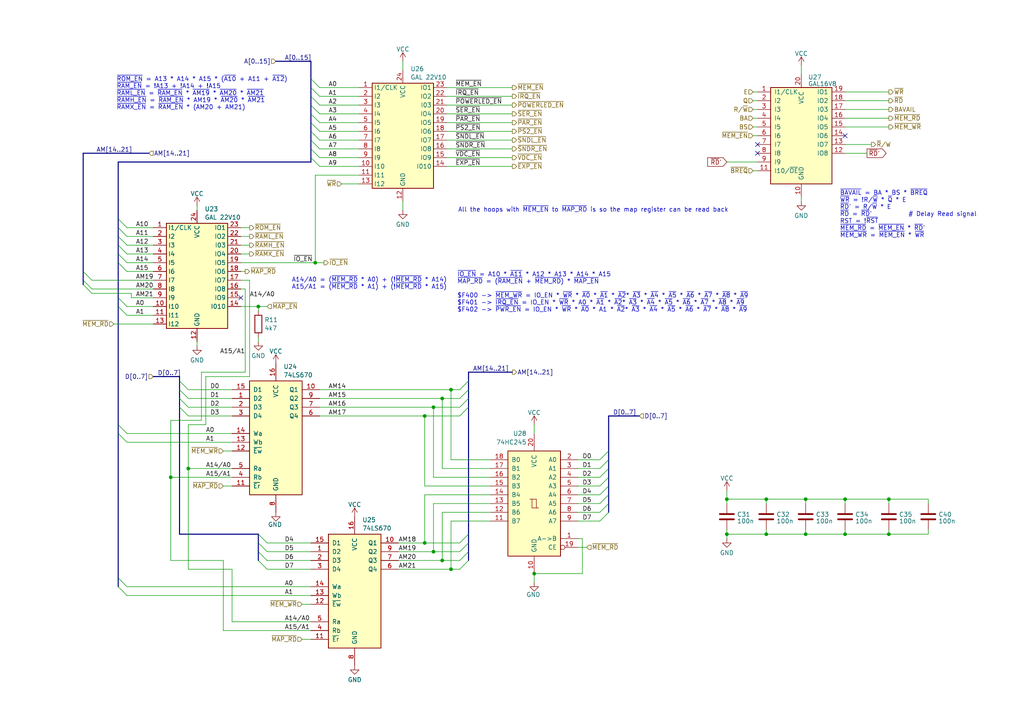
<source format=kicad_sch>
(kicad_sch
	(version 20231120)
	(generator "eeschema")
	(generator_version "8.0")
	(uuid "43bf5822-3eca-4223-ba40-cbd88cd356e0")
	(paper "A4")
	(lib_symbols
		(symbol "74xx:74HC245"
			(pin_names
				(offset 1.016)
			)
			(exclude_from_sim no)
			(in_bom yes)
			(on_board yes)
			(property "Reference" "U"
				(at -7.62 16.51 0)
				(effects
					(font
						(size 1.27 1.27)
					)
				)
			)
			(property "Value" "74HC245"
				(at -7.62 -16.51 0)
				(effects
					(font
						(size 1.27 1.27)
					)
				)
			)
			(property "Footprint" ""
				(at 0 0 0)
				(effects
					(font
						(size 1.27 1.27)
					)
					(hide yes)
				)
			)
			(property "Datasheet" "http://www.ti.com/lit/gpn/sn74HC245"
				(at 0 0 0)
				(effects
					(font
						(size 1.27 1.27)
					)
					(hide yes)
				)
			)
			(property "Description" "Octal BUS Transceivers, 3-State outputs"
				(at 0 0 0)
				(effects
					(font
						(size 1.27 1.27)
					)
					(hide yes)
				)
			)
			(property "ki_locked" ""
				(at 0 0 0)
				(effects
					(font
						(size 1.27 1.27)
					)
				)
			)
			(property "ki_keywords" "HCMOS BUS 3State"
				(at 0 0 0)
				(effects
					(font
						(size 1.27 1.27)
					)
					(hide yes)
				)
			)
			(property "ki_fp_filters" "DIP?20*"
				(at 0 0 0)
				(effects
					(font
						(size 1.27 1.27)
					)
					(hide yes)
				)
			)
			(symbol "74HC245_1_0"
				(polyline
					(pts
						(xy -0.635 -1.27) (xy -0.635 1.27) (xy 0.635 1.27)
					)
					(stroke
						(width 0)
						(type default)
					)
					(fill
						(type none)
					)
				)
				(polyline
					(pts
						(xy -1.27 -1.27) (xy 0.635 -1.27) (xy 0.635 1.27) (xy 1.27 1.27)
					)
					(stroke
						(width 0)
						(type default)
					)
					(fill
						(type none)
					)
				)
				(pin input line
					(at -12.7 -10.16 0)
					(length 5.08)
					(name "A->B"
						(effects
							(font
								(size 1.27 1.27)
							)
						)
					)
					(number "1"
						(effects
							(font
								(size 1.27 1.27)
							)
						)
					)
				)
				(pin power_in line
					(at 0 -20.32 90)
					(length 5.08)
					(name "GND"
						(effects
							(font
								(size 1.27 1.27)
							)
						)
					)
					(number "10"
						(effects
							(font
								(size 1.27 1.27)
							)
						)
					)
				)
				(pin tri_state line
					(at 12.7 -5.08 180)
					(length 5.08)
					(name "B7"
						(effects
							(font
								(size 1.27 1.27)
							)
						)
					)
					(number "11"
						(effects
							(font
								(size 1.27 1.27)
							)
						)
					)
				)
				(pin tri_state line
					(at 12.7 -2.54 180)
					(length 5.08)
					(name "B6"
						(effects
							(font
								(size 1.27 1.27)
							)
						)
					)
					(number "12"
						(effects
							(font
								(size 1.27 1.27)
							)
						)
					)
				)
				(pin tri_state line
					(at 12.7 0 180)
					(length 5.08)
					(name "B5"
						(effects
							(font
								(size 1.27 1.27)
							)
						)
					)
					(number "13"
						(effects
							(font
								(size 1.27 1.27)
							)
						)
					)
				)
				(pin tri_state line
					(at 12.7 2.54 180)
					(length 5.08)
					(name "B4"
						(effects
							(font
								(size 1.27 1.27)
							)
						)
					)
					(number "14"
						(effects
							(font
								(size 1.27 1.27)
							)
						)
					)
				)
				(pin tri_state line
					(at 12.7 5.08 180)
					(length 5.08)
					(name "B3"
						(effects
							(font
								(size 1.27 1.27)
							)
						)
					)
					(number "15"
						(effects
							(font
								(size 1.27 1.27)
							)
						)
					)
				)
				(pin tri_state line
					(at 12.7 7.62 180)
					(length 5.08)
					(name "B2"
						(effects
							(font
								(size 1.27 1.27)
							)
						)
					)
					(number "16"
						(effects
							(font
								(size 1.27 1.27)
							)
						)
					)
				)
				(pin tri_state line
					(at 12.7 10.16 180)
					(length 5.08)
					(name "B1"
						(effects
							(font
								(size 1.27 1.27)
							)
						)
					)
					(number "17"
						(effects
							(font
								(size 1.27 1.27)
							)
						)
					)
				)
				(pin tri_state line
					(at 12.7 12.7 180)
					(length 5.08)
					(name "B0"
						(effects
							(font
								(size 1.27 1.27)
							)
						)
					)
					(number "18"
						(effects
							(font
								(size 1.27 1.27)
							)
						)
					)
				)
				(pin input inverted
					(at -12.7 -12.7 0)
					(length 5.08)
					(name "CE"
						(effects
							(font
								(size 1.27 1.27)
							)
						)
					)
					(number "19"
						(effects
							(font
								(size 1.27 1.27)
							)
						)
					)
				)
				(pin tri_state line
					(at -12.7 12.7 0)
					(length 5.08)
					(name "A0"
						(effects
							(font
								(size 1.27 1.27)
							)
						)
					)
					(number "2"
						(effects
							(font
								(size 1.27 1.27)
							)
						)
					)
				)
				(pin power_in line
					(at 0 20.32 270)
					(length 5.08)
					(name "VCC"
						(effects
							(font
								(size 1.27 1.27)
							)
						)
					)
					(number "20"
						(effects
							(font
								(size 1.27 1.27)
							)
						)
					)
				)
				(pin tri_state line
					(at -12.7 10.16 0)
					(length 5.08)
					(name "A1"
						(effects
							(font
								(size 1.27 1.27)
							)
						)
					)
					(number "3"
						(effects
							(font
								(size 1.27 1.27)
							)
						)
					)
				)
				(pin tri_state line
					(at -12.7 7.62 0)
					(length 5.08)
					(name "A2"
						(effects
							(font
								(size 1.27 1.27)
							)
						)
					)
					(number "4"
						(effects
							(font
								(size 1.27 1.27)
							)
						)
					)
				)
				(pin tri_state line
					(at -12.7 5.08 0)
					(length 5.08)
					(name "A3"
						(effects
							(font
								(size 1.27 1.27)
							)
						)
					)
					(number "5"
						(effects
							(font
								(size 1.27 1.27)
							)
						)
					)
				)
				(pin tri_state line
					(at -12.7 2.54 0)
					(length 5.08)
					(name "A4"
						(effects
							(font
								(size 1.27 1.27)
							)
						)
					)
					(number "6"
						(effects
							(font
								(size 1.27 1.27)
							)
						)
					)
				)
				(pin tri_state line
					(at -12.7 0 0)
					(length 5.08)
					(name "A5"
						(effects
							(font
								(size 1.27 1.27)
							)
						)
					)
					(number "7"
						(effects
							(font
								(size 1.27 1.27)
							)
						)
					)
				)
				(pin tri_state line
					(at -12.7 -2.54 0)
					(length 5.08)
					(name "A6"
						(effects
							(font
								(size 1.27 1.27)
							)
						)
					)
					(number "8"
						(effects
							(font
								(size 1.27 1.27)
							)
						)
					)
				)
				(pin tri_state line
					(at -12.7 -5.08 0)
					(length 5.08)
					(name "A7"
						(effects
							(font
								(size 1.27 1.27)
							)
						)
					)
					(number "9"
						(effects
							(font
								(size 1.27 1.27)
							)
						)
					)
				)
			)
			(symbol "74HC245_1_1"
				(rectangle
					(start -7.62 15.24)
					(end 7.62 -15.24)
					(stroke
						(width 0.254)
						(type default)
					)
					(fill
						(type background)
					)
				)
			)
		)
		(symbol "74xx:74LS670"
			(pin_names
				(offset 1.016)
			)
			(exclude_from_sim no)
			(in_bom yes)
			(on_board yes)
			(property "Reference" "U"
				(at -7.62 16.51 0)
				(effects
					(font
						(size 1.27 1.27)
					)
				)
			)
			(property "Value" "74LS670"
				(at -7.62 -19.05 0)
				(effects
					(font
						(size 1.27 1.27)
					)
				)
			)
			(property "Footprint" ""
				(at 0 0 0)
				(effects
					(font
						(size 1.27 1.27)
					)
					(hide yes)
				)
			)
			(property "Datasheet" "http://www.ti.com/lit/gpn/sn74LS670"
				(at 0 0 0)
				(effects
					(font
						(size 1.27 1.27)
					)
					(hide yes)
				)
			)
			(property "Description" "4 x 4 Register Files 3-State Outputs"
				(at 0 0 0)
				(effects
					(font
						(size 1.27 1.27)
					)
					(hide yes)
				)
			)
			(property "ki_locked" ""
				(at 0 0 0)
				(effects
					(font
						(size 1.27 1.27)
					)
				)
			)
			(property "ki_keywords" "TTL Register 3State"
				(at 0 0 0)
				(effects
					(font
						(size 1.27 1.27)
					)
					(hide yes)
				)
			)
			(property "ki_fp_filters" "DIP?16*"
				(at 0 0 0)
				(effects
					(font
						(size 1.27 1.27)
					)
					(hide yes)
				)
			)
			(symbol "74LS670_1_0"
				(pin input line
					(at -12.7 10.16 0)
					(length 5.08)
					(name "D2"
						(effects
							(font
								(size 1.27 1.27)
							)
						)
					)
					(number "1"
						(effects
							(font
								(size 1.27 1.27)
							)
						)
					)
				)
				(pin tri_state line
					(at 12.7 12.7 180)
					(length 5.08)
					(name "Q1"
						(effects
							(font
								(size 1.27 1.27)
							)
						)
					)
					(number "10"
						(effects
							(font
								(size 1.27 1.27)
							)
						)
					)
				)
				(pin input line
					(at -12.7 -15.24 0)
					(length 5.08)
					(name "~{Er}"
						(effects
							(font
								(size 1.27 1.27)
							)
						)
					)
					(number "11"
						(effects
							(font
								(size 1.27 1.27)
							)
						)
					)
				)
				(pin input line
					(at -12.7 -5.08 0)
					(length 5.08)
					(name "~{Ew}"
						(effects
							(font
								(size 1.27 1.27)
							)
						)
					)
					(number "12"
						(effects
							(font
								(size 1.27 1.27)
							)
						)
					)
				)
				(pin input line
					(at -12.7 -2.54 0)
					(length 5.08)
					(name "Wb"
						(effects
							(font
								(size 1.27 1.27)
							)
						)
					)
					(number "13"
						(effects
							(font
								(size 1.27 1.27)
							)
						)
					)
				)
				(pin input line
					(at -12.7 0 0)
					(length 5.08)
					(name "Wa"
						(effects
							(font
								(size 1.27 1.27)
							)
						)
					)
					(number "14"
						(effects
							(font
								(size 1.27 1.27)
							)
						)
					)
				)
				(pin input line
					(at -12.7 12.7 0)
					(length 5.08)
					(name "D1"
						(effects
							(font
								(size 1.27 1.27)
							)
						)
					)
					(number "15"
						(effects
							(font
								(size 1.27 1.27)
							)
						)
					)
				)
				(pin power_in line
					(at 0 20.32 270)
					(length 5.08)
					(name "VCC"
						(effects
							(font
								(size 1.27 1.27)
							)
						)
					)
					(number "16"
						(effects
							(font
								(size 1.27 1.27)
							)
						)
					)
				)
				(pin input line
					(at -12.7 7.62 0)
					(length 5.08)
					(name "D3"
						(effects
							(font
								(size 1.27 1.27)
							)
						)
					)
					(number "2"
						(effects
							(font
								(size 1.27 1.27)
							)
						)
					)
				)
				(pin input line
					(at -12.7 5.08 0)
					(length 5.08)
					(name "D4"
						(effects
							(font
								(size 1.27 1.27)
							)
						)
					)
					(number "3"
						(effects
							(font
								(size 1.27 1.27)
							)
						)
					)
				)
				(pin input line
					(at -12.7 -12.7 0)
					(length 5.08)
					(name "Rb"
						(effects
							(font
								(size 1.27 1.27)
							)
						)
					)
					(number "4"
						(effects
							(font
								(size 1.27 1.27)
							)
						)
					)
				)
				(pin input line
					(at -12.7 -10.16 0)
					(length 5.08)
					(name "Ra"
						(effects
							(font
								(size 1.27 1.27)
							)
						)
					)
					(number "5"
						(effects
							(font
								(size 1.27 1.27)
							)
						)
					)
				)
				(pin tri_state line
					(at 12.7 5.08 180)
					(length 5.08)
					(name "Q4"
						(effects
							(font
								(size 1.27 1.27)
							)
						)
					)
					(number "6"
						(effects
							(font
								(size 1.27 1.27)
							)
						)
					)
				)
				(pin tri_state line
					(at 12.7 7.62 180)
					(length 5.08)
					(name "Q3"
						(effects
							(font
								(size 1.27 1.27)
							)
						)
					)
					(number "7"
						(effects
							(font
								(size 1.27 1.27)
							)
						)
					)
				)
				(pin power_in line
					(at 0 -22.86 90)
					(length 5.08)
					(name "GND"
						(effects
							(font
								(size 1.27 1.27)
							)
						)
					)
					(number "8"
						(effects
							(font
								(size 1.27 1.27)
							)
						)
					)
				)
				(pin tri_state line
					(at 12.7 10.16 180)
					(length 5.08)
					(name "Q2"
						(effects
							(font
								(size 1.27 1.27)
							)
						)
					)
					(number "9"
						(effects
							(font
								(size 1.27 1.27)
							)
						)
					)
				)
			)
			(symbol "74LS670_1_1"
				(rectangle
					(start -7.62 15.24)
					(end 7.62 -17.78)
					(stroke
						(width 0.254)
						(type default)
					)
					(fill
						(type background)
					)
				)
			)
		)
		(symbol "Device:C"
			(pin_numbers hide)
			(pin_names
				(offset 0.254)
			)
			(exclude_from_sim no)
			(in_bom yes)
			(on_board yes)
			(property "Reference" "C"
				(at 0.635 2.54 0)
				(effects
					(font
						(size 1.27 1.27)
					)
					(justify left)
				)
			)
			(property "Value" "C"
				(at 0.635 -2.54 0)
				(effects
					(font
						(size 1.27 1.27)
					)
					(justify left)
				)
			)
			(property "Footprint" ""
				(at 0.9652 -3.81 0)
				(effects
					(font
						(size 1.27 1.27)
					)
					(hide yes)
				)
			)
			(property "Datasheet" "~"
				(at 0 0 0)
				(effects
					(font
						(size 1.27 1.27)
					)
					(hide yes)
				)
			)
			(property "Description" "Unpolarized capacitor"
				(at 0 0 0)
				(effects
					(font
						(size 1.27 1.27)
					)
					(hide yes)
				)
			)
			(property "ki_keywords" "cap capacitor"
				(at 0 0 0)
				(effects
					(font
						(size 1.27 1.27)
					)
					(hide yes)
				)
			)
			(property "ki_fp_filters" "C_*"
				(at 0 0 0)
				(effects
					(font
						(size 1.27 1.27)
					)
					(hide yes)
				)
			)
			(symbol "C_0_1"
				(polyline
					(pts
						(xy -2.032 -0.762) (xy 2.032 -0.762)
					)
					(stroke
						(width 0.508)
						(type default)
					)
					(fill
						(type none)
					)
				)
				(polyline
					(pts
						(xy -2.032 0.762) (xy 2.032 0.762)
					)
					(stroke
						(width 0.508)
						(type default)
					)
					(fill
						(type none)
					)
				)
			)
			(symbol "C_1_1"
				(pin passive line
					(at 0 3.81 270)
					(length 2.794)
					(name "~"
						(effects
							(font
								(size 1.27 1.27)
							)
						)
					)
					(number "1"
						(effects
							(font
								(size 1.27 1.27)
							)
						)
					)
				)
				(pin passive line
					(at 0 -3.81 90)
					(length 2.794)
					(name "~"
						(effects
							(font
								(size 1.27 1.27)
							)
						)
					)
					(number "2"
						(effects
							(font
								(size 1.27 1.27)
							)
						)
					)
				)
			)
		)
		(symbol "Device:R"
			(pin_numbers hide)
			(pin_names
				(offset 0)
			)
			(exclude_from_sim no)
			(in_bom yes)
			(on_board yes)
			(property "Reference" "R"
				(at 2.032 0 90)
				(effects
					(font
						(size 1.27 1.27)
					)
				)
			)
			(property "Value" "R"
				(at 0 0 90)
				(effects
					(font
						(size 1.27 1.27)
					)
				)
			)
			(property "Footprint" ""
				(at -1.778 0 90)
				(effects
					(font
						(size 1.27 1.27)
					)
					(hide yes)
				)
			)
			(property "Datasheet" "~"
				(at 0 0 0)
				(effects
					(font
						(size 1.27 1.27)
					)
					(hide yes)
				)
			)
			(property "Description" "Resistor"
				(at 0 0 0)
				(effects
					(font
						(size 1.27 1.27)
					)
					(hide yes)
				)
			)
			(property "ki_keywords" "R res resistor"
				(at 0 0 0)
				(effects
					(font
						(size 1.27 1.27)
					)
					(hide yes)
				)
			)
			(property "ki_fp_filters" "R_*"
				(at 0 0 0)
				(effects
					(font
						(size 1.27 1.27)
					)
					(hide yes)
				)
			)
			(symbol "R_0_1"
				(rectangle
					(start -1.016 -2.54)
					(end 1.016 2.54)
					(stroke
						(width 0.254)
						(type default)
					)
					(fill
						(type none)
					)
				)
			)
			(symbol "R_1_1"
				(pin passive line
					(at 0 3.81 270)
					(length 1.27)
					(name "~"
						(effects
							(font
								(size 1.27 1.27)
							)
						)
					)
					(number "1"
						(effects
							(font
								(size 1.27 1.27)
							)
						)
					)
				)
				(pin passive line
					(at 0 -3.81 90)
					(length 1.27)
					(name "~"
						(effects
							(font
								(size 1.27 1.27)
							)
						)
					)
					(number "2"
						(effects
							(font
								(size 1.27 1.27)
							)
						)
					)
				)
			)
		)
		(symbol "Logic_Programmable:GAL16V8"
			(pin_names
				(offset 1.016)
			)
			(exclude_from_sim no)
			(in_bom yes)
			(on_board yes)
			(property "Reference" "U"
				(at -8.89 16.51 0)
				(effects
					(font
						(size 1.27 1.27)
					)
					(justify left)
				)
			)
			(property "Value" "GAL16V8"
				(at 1.27 16.51 0)
				(effects
					(font
						(size 1.27 1.27)
					)
					(justify left)
				)
			)
			(property "Footprint" ""
				(at 0 0 0)
				(effects
					(font
						(size 1.27 1.27)
					)
					(hide yes)
				)
			)
			(property "Datasheet" ""
				(at 0 0 0)
				(effects
					(font
						(size 1.27 1.27)
					)
					(hide yes)
				)
			)
			(property "Description" "Programmable Logic Array, DIP-20/SOIC-20/PLCC-20"
				(at 0 0 0)
				(effects
					(font
						(size 1.27 1.27)
					)
					(hide yes)
				)
			)
			(property "ki_keywords" "GAL PLD 16V8"
				(at 0 0 0)
				(effects
					(font
						(size 1.27 1.27)
					)
					(hide yes)
				)
			)
			(property "ki_fp_filters" "DIP* PDIP* SOIC* SO* PLCC*"
				(at 0 0 0)
				(effects
					(font
						(size 1.27 1.27)
					)
					(hide yes)
				)
			)
			(symbol "GAL16V8_0_0"
				(pin power_in line
					(at 0 -17.78 90)
					(length 3.81)
					(name "GND"
						(effects
							(font
								(size 1.27 1.27)
							)
						)
					)
					(number "10"
						(effects
							(font
								(size 1.27 1.27)
							)
						)
					)
				)
				(pin power_in line
					(at 0 17.78 270)
					(length 3.81)
					(name "VCC"
						(effects
							(font
								(size 1.27 1.27)
							)
						)
					)
					(number "20"
						(effects
							(font
								(size 1.27 1.27)
							)
						)
					)
				)
			)
			(symbol "GAL16V8_0_1"
				(rectangle
					(start -8.89 13.97)
					(end 8.89 -13.97)
					(stroke
						(width 0.254)
						(type default)
					)
					(fill
						(type background)
					)
				)
			)
			(symbol "GAL16V8_1_1"
				(pin input line
					(at -12.7 12.7 0)
					(length 3.81)
					(name "I1/CLK"
						(effects
							(font
								(size 1.27 1.27)
							)
						)
					)
					(number "1"
						(effects
							(font
								(size 1.27 1.27)
							)
						)
					)
				)
				(pin input line
					(at -12.7 -10.16 0)
					(length 3.81)
					(name "I10/~{OE}"
						(effects
							(font
								(size 1.27 1.27)
							)
						)
					)
					(number "11"
						(effects
							(font
								(size 1.27 1.27)
							)
						)
					)
				)
				(pin tri_state line
					(at 12.7 -5.08 180)
					(length 3.81)
					(name "IO8"
						(effects
							(font
								(size 1.27 1.27)
							)
						)
					)
					(number "12"
						(effects
							(font
								(size 1.27 1.27)
							)
						)
					)
				)
				(pin tri_state line
					(at 12.7 -2.54 180)
					(length 3.81)
					(name "IO7"
						(effects
							(font
								(size 1.27 1.27)
							)
						)
					)
					(number "13"
						(effects
							(font
								(size 1.27 1.27)
							)
						)
					)
				)
				(pin tri_state line
					(at 12.7 0 180)
					(length 3.81)
					(name "IO6"
						(effects
							(font
								(size 1.27 1.27)
							)
						)
					)
					(number "14"
						(effects
							(font
								(size 1.27 1.27)
							)
						)
					)
				)
				(pin tri_state line
					(at 12.7 2.54 180)
					(length 3.81)
					(name "IO5"
						(effects
							(font
								(size 1.27 1.27)
							)
						)
					)
					(number "15"
						(effects
							(font
								(size 1.27 1.27)
							)
						)
					)
				)
				(pin tri_state line
					(at 12.7 5.08 180)
					(length 3.81)
					(name "IO4"
						(effects
							(font
								(size 1.27 1.27)
							)
						)
					)
					(number "16"
						(effects
							(font
								(size 1.27 1.27)
							)
						)
					)
				)
				(pin tri_state line
					(at 12.7 7.62 180)
					(length 3.81)
					(name "I03"
						(effects
							(font
								(size 1.27 1.27)
							)
						)
					)
					(number "17"
						(effects
							(font
								(size 1.27 1.27)
							)
						)
					)
				)
				(pin tri_state line
					(at 12.7 10.16 180)
					(length 3.81)
					(name "IO2"
						(effects
							(font
								(size 1.27 1.27)
							)
						)
					)
					(number "18"
						(effects
							(font
								(size 1.27 1.27)
							)
						)
					)
				)
				(pin tri_state line
					(at 12.7 12.7 180)
					(length 3.81)
					(name "IO1"
						(effects
							(font
								(size 1.27 1.27)
							)
						)
					)
					(number "19"
						(effects
							(font
								(size 1.27 1.27)
							)
						)
					)
				)
				(pin input line
					(at -12.7 10.16 0)
					(length 3.81)
					(name "I2"
						(effects
							(font
								(size 1.27 1.27)
							)
						)
					)
					(number "2"
						(effects
							(font
								(size 1.27 1.27)
							)
						)
					)
				)
				(pin input line
					(at -12.7 7.62 0)
					(length 3.81)
					(name "I3"
						(effects
							(font
								(size 1.27 1.27)
							)
						)
					)
					(number "3"
						(effects
							(font
								(size 1.27 1.27)
							)
						)
					)
				)
				(pin input line
					(at -12.7 5.08 0)
					(length 3.81)
					(name "I4"
						(effects
							(font
								(size 1.27 1.27)
							)
						)
					)
					(number "4"
						(effects
							(font
								(size 1.27 1.27)
							)
						)
					)
				)
				(pin input line
					(at -12.7 2.54 0)
					(length 3.81)
					(name "I5"
						(effects
							(font
								(size 1.27 1.27)
							)
						)
					)
					(number "5"
						(effects
							(font
								(size 1.27 1.27)
							)
						)
					)
				)
				(pin input line
					(at -12.7 0 0)
					(length 3.81)
					(name "I6"
						(effects
							(font
								(size 1.27 1.27)
							)
						)
					)
					(number "6"
						(effects
							(font
								(size 1.27 1.27)
							)
						)
					)
				)
				(pin input line
					(at -12.7 -2.54 0)
					(length 3.81)
					(name "I7"
						(effects
							(font
								(size 1.27 1.27)
							)
						)
					)
					(number "7"
						(effects
							(font
								(size 1.27 1.27)
							)
						)
					)
				)
				(pin input line
					(at -12.7 -5.08 0)
					(length 3.81)
					(name "I8"
						(effects
							(font
								(size 1.27 1.27)
							)
						)
					)
					(number "8"
						(effects
							(font
								(size 1.27 1.27)
							)
						)
					)
				)
				(pin input line
					(at -12.7 -7.62 0)
					(length 3.81)
					(name "I9"
						(effects
							(font
								(size 1.27 1.27)
							)
						)
					)
					(number "9"
						(effects
							(font
								(size 1.27 1.27)
							)
						)
					)
				)
			)
		)
		(symbol "motherboard:GAL22V10"
			(exclude_from_sim no)
			(in_bom yes)
			(on_board yes)
			(property "Reference" "U29"
				(at -1.27 30.734 0)
				(effects
					(font
						(size 1.27 1.27)
					)
					(justify left)
				)
			)
			(property "Value" "GAL 22V10"
				(at 8.636 -2.794 0)
				(effects
					(font
						(size 1.27 1.27)
					)
					(justify left)
				)
			)
			(property "Footprint" "Package_DIP:DIP-24_W7.62mm_Socket"
				(at 0 0 0)
				(effects
					(font
						(size 1.27 1.27)
					)
					(hide yes)
				)
			)
			(property "Datasheet" ""
				(at 0 0 0)
				(effects
					(font
						(size 1.27 1.27)
					)
					(hide yes)
				)
			)
			(property "Description" ""
				(at 0 0 0)
				(effects
					(font
						(size 1.27 1.27)
					)
					(hide yes)
				)
			)
			(symbol "GAL22V10_0_1"
				(rectangle
					(start -1.27 29.21)
					(end 16.51 -1.27)
					(stroke
						(width 0.254)
						(type default)
					)
					(fill
						(type background)
					)
				)
			)
			(symbol "GAL22V10_1_0"
				(pin power_in line
					(at 7.62 -5.08 90)
					(length 3.81)
					(name "GND"
						(effects
							(font
								(size 1.27 1.27)
							)
						)
					)
					(number "12"
						(effects
							(font
								(size 1.27 1.27)
							)
						)
					)
				)
				(pin power_in line
					(at 7.62 33.02 270)
					(length 3.81)
					(name "VCC"
						(effects
							(font
								(size 1.27 1.27)
							)
						)
					)
					(number "24"
						(effects
							(font
								(size 1.27 1.27)
							)
						)
					)
				)
			)
			(symbol "GAL22V10_1_1"
				(pin input line
					(at -5.08 27.94 0)
					(length 3.81)
					(name "I1/CLK"
						(effects
							(font
								(size 1.27 1.27)
							)
						)
					)
					(number "1"
						(effects
							(font
								(size 1.27 1.27)
							)
						)
					)
				)
				(pin input line
					(at -5.08 5.08 0)
					(length 3.81)
					(name "I10"
						(effects
							(font
								(size 1.27 1.27)
							)
						)
					)
					(number "10"
						(effects
							(font
								(size 1.27 1.27)
							)
						)
					)
				)
				(pin input line
					(at -5.08 2.54 0)
					(length 3.81)
					(name "I11"
						(effects
							(font
								(size 1.27 1.27)
							)
						)
					)
					(number "11"
						(effects
							(font
								(size 1.27 1.27)
							)
						)
					)
				)
				(pin input line
					(at -5.08 0 0)
					(length 3.81)
					(name "I12"
						(effects
							(font
								(size 1.27 1.27)
							)
						)
					)
					(number "13"
						(effects
							(font
								(size 1.27 1.27)
							)
						)
					)
				)
				(pin bidirectional line
					(at 20.32 5.08 180)
					(length 3.81)
					(name "I010"
						(effects
							(font
								(size 1.27 1.27)
							)
						)
					)
					(number "14"
						(effects
							(font
								(size 1.27 1.27)
							)
						)
					)
				)
				(pin bidirectional line
					(at 20.32 7.62 180)
					(length 3.81)
					(name "IO9"
						(effects
							(font
								(size 1.27 1.27)
							)
						)
					)
					(number "15"
						(effects
							(font
								(size 1.27 1.27)
							)
						)
					)
				)
				(pin bidirectional line
					(at 20.32 10.16 180)
					(length 3.81)
					(name "IO8"
						(effects
							(font
								(size 1.27 1.27)
							)
						)
					)
					(number "16"
						(effects
							(font
								(size 1.27 1.27)
							)
						)
					)
				)
				(pin bidirectional line
					(at 20.32 12.7 180)
					(length 3.81)
					(name "IO7"
						(effects
							(font
								(size 1.27 1.27)
							)
						)
					)
					(number "17"
						(effects
							(font
								(size 1.27 1.27)
							)
						)
					)
				)
				(pin bidirectional line
					(at 20.32 15.24 180)
					(length 3.81)
					(name "IO6"
						(effects
							(font
								(size 1.27 1.27)
							)
						)
					)
					(number "18"
						(effects
							(font
								(size 1.27 1.27)
							)
						)
					)
				)
				(pin bidirectional line
					(at 20.32 17.78 180)
					(length 3.81)
					(name "IO5"
						(effects
							(font
								(size 1.27 1.27)
							)
						)
					)
					(number "19"
						(effects
							(font
								(size 1.27 1.27)
							)
						)
					)
				)
				(pin input line
					(at -5.08 25.4 0)
					(length 3.81)
					(name "I2"
						(effects
							(font
								(size 1.27 1.27)
							)
						)
					)
					(number "2"
						(effects
							(font
								(size 1.27 1.27)
							)
						)
					)
				)
				(pin bidirectional line
					(at 20.32 20.32 180)
					(length 3.81)
					(name "IO4"
						(effects
							(font
								(size 1.27 1.27)
							)
						)
					)
					(number "20"
						(effects
							(font
								(size 1.27 1.27)
							)
						)
					)
				)
				(pin bidirectional line
					(at 20.32 22.86 180)
					(length 3.81)
					(name "I03"
						(effects
							(font
								(size 1.27 1.27)
							)
						)
					)
					(number "21"
						(effects
							(font
								(size 1.27 1.27)
							)
						)
					)
				)
				(pin bidirectional line
					(at 20.32 25.4 180)
					(length 3.81)
					(name "IO2"
						(effects
							(font
								(size 1.27 1.27)
							)
						)
					)
					(number "22"
						(effects
							(font
								(size 1.27 1.27)
							)
						)
					)
				)
				(pin bidirectional line
					(at 20.32 27.94 180)
					(length 3.81)
					(name "IO1"
						(effects
							(font
								(size 1.27 1.27)
							)
						)
					)
					(number "23"
						(effects
							(font
								(size 1.27 1.27)
							)
						)
					)
				)
				(pin input line
					(at -5.08 22.86 0)
					(length 3.81)
					(name "I3"
						(effects
							(font
								(size 1.27 1.27)
							)
						)
					)
					(number "3"
						(effects
							(font
								(size 1.27 1.27)
							)
						)
					)
				)
				(pin input line
					(at -5.08 20.32 0)
					(length 3.81)
					(name "I4"
						(effects
							(font
								(size 1.27 1.27)
							)
						)
					)
					(number "4"
						(effects
							(font
								(size 1.27 1.27)
							)
						)
					)
				)
				(pin input line
					(at -5.08 17.78 0)
					(length 3.81)
					(name "I5"
						(effects
							(font
								(size 1.27 1.27)
							)
						)
					)
					(number "5"
						(effects
							(font
								(size 1.27 1.27)
							)
						)
					)
				)
				(pin input line
					(at -5.08 15.24 0)
					(length 3.81)
					(name "I6"
						(effects
							(font
								(size 1.27 1.27)
							)
						)
					)
					(number "6"
						(effects
							(font
								(size 1.27 1.27)
							)
						)
					)
				)
				(pin input line
					(at -5.08 12.7 0)
					(length 3.81)
					(name "I7"
						(effects
							(font
								(size 1.27 1.27)
							)
						)
					)
					(number "7"
						(effects
							(font
								(size 1.27 1.27)
							)
						)
					)
				)
				(pin input line
					(at -5.08 10.16 0)
					(length 3.81)
					(name "I8"
						(effects
							(font
								(size 1.27 1.27)
							)
						)
					)
					(number "8"
						(effects
							(font
								(size 1.27 1.27)
							)
						)
					)
				)
				(pin input line
					(at -5.08 7.62 0)
					(length 3.81)
					(name "I9"
						(effects
							(font
								(size 1.27 1.27)
							)
						)
					)
					(number "9"
						(effects
							(font
								(size 1.27 1.27)
							)
						)
					)
				)
			)
		)
		(symbol "power:GND"
			(power)
			(pin_names
				(offset 0)
			)
			(exclude_from_sim no)
			(in_bom yes)
			(on_board yes)
			(property "Reference" "#PWR"
				(at 0 -6.35 0)
				(effects
					(font
						(size 1.27 1.27)
					)
					(hide yes)
				)
			)
			(property "Value" "GND"
				(at 0 -3.81 0)
				(effects
					(font
						(size 1.27 1.27)
					)
				)
			)
			(property "Footprint" ""
				(at 0 0 0)
				(effects
					(font
						(size 1.27 1.27)
					)
					(hide yes)
				)
			)
			(property "Datasheet" ""
				(at 0 0 0)
				(effects
					(font
						(size 1.27 1.27)
					)
					(hide yes)
				)
			)
			(property "Description" "Power symbol creates a global label with name \"GND\" , ground"
				(at 0 0 0)
				(effects
					(font
						(size 1.27 1.27)
					)
					(hide yes)
				)
			)
			(property "ki_keywords" "global power"
				(at 0 0 0)
				(effects
					(font
						(size 1.27 1.27)
					)
					(hide yes)
				)
			)
			(symbol "GND_0_1"
				(polyline
					(pts
						(xy 0 0) (xy 0 -1.27) (xy 1.27 -1.27) (xy 0 -2.54) (xy -1.27 -1.27) (xy 0 -1.27)
					)
					(stroke
						(width 0)
						(type default)
					)
					(fill
						(type none)
					)
				)
			)
			(symbol "GND_1_1"
				(pin power_in line
					(at 0 0 270)
					(length 0) hide
					(name "GND"
						(effects
							(font
								(size 1.27 1.27)
							)
						)
					)
					(number "1"
						(effects
							(font
								(size 1.27 1.27)
							)
						)
					)
				)
			)
		)
		(symbol "power:VCC"
			(power)
			(pin_names
				(offset 0)
			)
			(exclude_from_sim no)
			(in_bom yes)
			(on_board yes)
			(property "Reference" "#PWR"
				(at 0 -3.81 0)
				(effects
					(font
						(size 1.27 1.27)
					)
					(hide yes)
				)
			)
			(property "Value" "VCC"
				(at 0 3.81 0)
				(effects
					(font
						(size 1.27 1.27)
					)
				)
			)
			(property "Footprint" ""
				(at 0 0 0)
				(effects
					(font
						(size 1.27 1.27)
					)
					(hide yes)
				)
			)
			(property "Datasheet" ""
				(at 0 0 0)
				(effects
					(font
						(size 1.27 1.27)
					)
					(hide yes)
				)
			)
			(property "Description" "Power symbol creates a global label with name \"VCC\""
				(at 0 0 0)
				(effects
					(font
						(size 1.27 1.27)
					)
					(hide yes)
				)
			)
			(property "ki_keywords" "global power"
				(at 0 0 0)
				(effects
					(font
						(size 1.27 1.27)
					)
					(hide yes)
				)
			)
			(symbol "VCC_0_1"
				(polyline
					(pts
						(xy -0.762 1.27) (xy 0 2.54)
					)
					(stroke
						(width 0)
						(type default)
					)
					(fill
						(type none)
					)
				)
				(polyline
					(pts
						(xy 0 0) (xy 0 2.54)
					)
					(stroke
						(width 0)
						(type default)
					)
					(fill
						(type none)
					)
				)
				(polyline
					(pts
						(xy 0 2.54) (xy 0.762 1.27)
					)
					(stroke
						(width 0)
						(type default)
					)
					(fill
						(type none)
					)
				)
			)
			(symbol "VCC_1_1"
				(pin power_in line
					(at 0 0 90)
					(length 0) hide
					(name "VCC"
						(effects
							(font
								(size 1.27 1.27)
							)
						)
					)
					(number "1"
						(effects
							(font
								(size 1.27 1.27)
							)
						)
					)
				)
			)
		)
	)
	(junction
		(at 222.25 144.78)
		(diameter 0)
		(color 0 0 0 0)
		(uuid "05b60650-2aac-41e5-b648-32473084369c")
	)
	(junction
		(at 125.73 118.11)
		(diameter 0)
		(color 0 0 0 0)
		(uuid "13c20531-3abe-4bf1-859c-9c123aa237b8")
	)
	(junction
		(at 49.53 138.43)
		(diameter 0)
		(color 0 0 0 0)
		(uuid "1934d582-6300-49f0-8156-18b620b1a864")
	)
	(junction
		(at 210.82 144.78)
		(diameter 0)
		(color 0 0 0 0)
		(uuid "1b21cf97-8cac-4104-861a-5589960826a5")
	)
	(junction
		(at 123.19 157.48)
		(diameter 0)
		(color 0 0 0 0)
		(uuid "2ced243d-41f5-4b92-bacd-65b7c7bc702f")
	)
	(junction
		(at 233.68 154.94)
		(diameter 0)
		(color 0 0 0 0)
		(uuid "38a13b3f-e188-4ddd-a4bd-ddd0aa78ec05")
	)
	(junction
		(at 54.61 135.89)
		(diameter 0)
		(color 0 0 0 0)
		(uuid "445244fd-2bcc-42c6-ba4f-c119243da130")
	)
	(junction
		(at 245.11 154.94)
		(diameter 0)
		(color 0 0 0 0)
		(uuid "4c940bd4-7399-4556-99da-8d87aeb81833")
	)
	(junction
		(at 128.27 162.56)
		(diameter 0)
		(color 0 0 0 0)
		(uuid "4e3fb59d-5bcc-42b9-a361-1fcf6d2dfaf6")
	)
	(junction
		(at 210.82 154.94)
		(diameter 0)
		(color 0 0 0 0)
		(uuid "677e18e8-c534-4326-8ee8-1f056212402d")
	)
	(junction
		(at 74.93 88.9)
		(diameter 0)
		(color 0 0 0 0)
		(uuid "6dce3360-409d-43c4-a4ee-9bbe55b8a93e")
	)
	(junction
		(at 130.81 165.1)
		(diameter 0)
		(color 0 0 0 0)
		(uuid "716ccf61-e53b-4af3-a720-be95819b757e")
	)
	(junction
		(at 123.19 120.65)
		(diameter 0)
		(color 0 0 0 0)
		(uuid "7f20999c-d2e1-4950-a249-695ec969902f")
	)
	(junction
		(at 233.68 144.78)
		(diameter 0)
		(color 0 0 0 0)
		(uuid "82cbfc75-3969-40dd-8f47-0ffd54bc2323")
	)
	(junction
		(at 245.11 144.78)
		(diameter 0)
		(color 0 0 0 0)
		(uuid "8b3184d4-7b54-4b4f-9a23-d4394c0349a9")
	)
	(junction
		(at 125.73 160.02)
		(diameter 0)
		(color 0 0 0 0)
		(uuid "8c5baa5a-6094-476b-b26d-0bd15e6b994c")
	)
	(junction
		(at 222.25 154.94)
		(diameter 0)
		(color 0 0 0 0)
		(uuid "97e04fb0-a89f-4c92-82bc-51ad0af91f0f")
	)
	(junction
		(at 91.44 76.2)
		(diameter 0)
		(color 0 0 0 0)
		(uuid "9a3f69c6-d25a-470f-8526-726d88f71c71")
	)
	(junction
		(at 257.81 154.94)
		(diameter 0)
		(color 0 0 0 0)
		(uuid "a10c97c4-90c6-4a67-8f02-72ba77454835")
	)
	(junction
		(at 257.81 144.78)
		(diameter 0)
		(color 0 0 0 0)
		(uuid "ae7be9ee-772e-4194-b2d7-22ccd6536dbe")
	)
	(junction
		(at 130.81 113.03)
		(diameter 0)
		(color 0 0 0 0)
		(uuid "f38b11a2-dd14-4663-83e7-932d13a0049d")
	)
	(junction
		(at 128.27 115.57)
		(diameter 0)
		(color 0 0 0 0)
		(uuid "f7abc11d-1981-49d7-8bf6-a25cd9c0ccce")
	)
	(junction
		(at 154.94 166.37)
		(diameter 0)
		(color 0 0 0 0)
		(uuid "f90fcb99-1f38-400c-962b-cd7739656ec5")
	)
	(no_connect
		(at 245.11 39.37)
		(uuid "180308c1-5739-41b6-8847-2b7579e4e95f")
	)
	(no_connect
		(at 69.85 86.36)
		(uuid "8452b32c-b9a7-4f6c-9d60-99e032538bc7")
	)
	(no_connect
		(at 219.71 44.45)
		(uuid "9cec0670-8bd5-4d95-a468-64624b36aec0")
	)
	(no_connect
		(at 219.71 41.91)
		(uuid "ffe1770f-3828-4c8c-905f-db26cb844d6b")
	)
	(bus_entry
		(at 90.17 40.64)
		(size 2.54 2.54)
		(stroke
			(width 0)
			(type default)
		)
		(uuid "0c68c02e-1eee-4066-9ae8-32b6f618429d")
	)
	(bus_entry
		(at 90.17 27.94)
		(size 2.54 2.54)
		(stroke
			(width 0)
			(type default)
		)
		(uuid "131031e7-8cf1-4b8e-84f2-329639573b4f")
	)
	(bus_entry
		(at 34.29 125.73)
		(size 2.54 2.54)
		(stroke
			(width 0)
			(type default)
		)
		(uuid "15840b68-492d-43fb-891f-24ee6956fce7")
	)
	(bus_entry
		(at 90.17 30.48)
		(size 2.54 2.54)
		(stroke
			(width 0)
			(type default)
		)
		(uuid "15a68994-e0d0-437e-8289-5842cb40a642")
	)
	(bus_entry
		(at 176.53 133.35)
		(size -2.54 2.54)
		(stroke
			(width 0)
			(type default)
		)
		(uuid "163ca9b2-e8b5-47f3-8fea-b9abd5129f1b")
	)
	(bus_entry
		(at 90.17 22.86)
		(size 2.54 2.54)
		(stroke
			(width 0)
			(type default)
		)
		(uuid "1801cb0f-5fc2-48ae-acd8-ec7cb04bc60f")
	)
	(bus_entry
		(at 34.29 71.12)
		(size 2.54 2.54)
		(stroke
			(width 0)
			(type default)
		)
		(uuid "1e9bc789-754b-4cfc-b953-23eb42f81df2")
	)
	(bus_entry
		(at 52.07 113.03)
		(size 2.54 2.54)
		(stroke
			(width 0)
			(type default)
		)
		(uuid "3018d59f-4617-4280-9589-0cceb41f9621")
	)
	(bus_entry
		(at 176.53 148.59)
		(size -2.54 2.54)
		(stroke
			(width 0)
			(type default)
		)
		(uuid "3ebe6cf2-82d9-4e0f-8b30-da8c92c8b04c")
	)
	(bus_entry
		(at 34.29 63.5)
		(size 2.54 2.54)
		(stroke
			(width 0)
			(type default)
		)
		(uuid "45a84414-a766-4c2a-8526-d8096573f842")
	)
	(bus_entry
		(at 74.93 154.94)
		(size 2.54 2.54)
		(stroke
			(width 0)
			(type default)
		)
		(uuid "4b464713-1432-45d3-8f58-03a65383d180")
	)
	(bus_entry
		(at 135.89 118.11)
		(size -2.54 2.54)
		(stroke
			(width 0)
			(type default)
		)
		(uuid "4bb1133a-9e81-4adc-9990-9bd50a503968")
	)
	(bus_entry
		(at 135.89 160.02)
		(size -2.54 2.54)
		(stroke
			(width 0)
			(type default)
		)
		(uuid "4cbc6c8c-c35f-4c46-bf35-a7f657fe0a1a")
	)
	(bus_entry
		(at 90.17 35.56)
		(size 2.54 2.54)
		(stroke
			(width 0)
			(type default)
		)
		(uuid "5473bc98-72bc-4393-90a2-9a2370ece8a8")
	)
	(bus_entry
		(at 135.89 113.03)
		(size -2.54 2.54)
		(stroke
			(width 0)
			(type default)
		)
		(uuid "54fed625-150a-4110-865d-cb7081ad0129")
	)
	(bus_entry
		(at 135.89 162.56)
		(size -2.54 2.54)
		(stroke
			(width 0)
			(type default)
		)
		(uuid "575c38e0-8352-4d83-8e19-9f29c8b0ca53")
	)
	(bus_entry
		(at 176.53 130.81)
		(size -2.54 2.54)
		(stroke
			(width 0)
			(type default)
		)
		(uuid "5a2e6c21-3194-462a-8bc9-b262f1bcaa11")
	)
	(bus_entry
		(at 135.89 115.57)
		(size -2.54 2.54)
		(stroke
			(width 0)
			(type default)
		)
		(uuid "5a782d9e-7ad3-4b69-89a4-5fafba10b102")
	)
	(bus_entry
		(at 34.29 170.18)
		(size 2.54 2.54)
		(stroke
			(width 0)
			(type default)
		)
		(uuid "628008d4-9386-48fd-bee1-28807b25a368")
	)
	(bus_entry
		(at 176.53 140.97)
		(size -2.54 2.54)
		(stroke
			(width 0)
			(type default)
		)
		(uuid "644b8075-880f-4cd9-b3c9-40494d2a0094")
	)
	(bus_entry
		(at 135.89 157.48)
		(size -2.54 2.54)
		(stroke
			(width 0)
			(type default)
		)
		(uuid "68a041fc-7f64-40e1-9c45-52dce0b84837")
	)
	(bus_entry
		(at 24.13 82.55)
		(size 2.54 2.54)
		(stroke
			(width 0)
			(type default)
		)
		(uuid "6d9d492f-f370-47b5-870b-330d395a5177")
	)
	(bus_entry
		(at 90.17 45.72)
		(size 2.54 2.54)
		(stroke
			(width 0)
			(type default)
		)
		(uuid "6db7d51e-4806-440b-a253-17496d5ae688")
	)
	(bus_entry
		(at 176.53 146.05)
		(size -2.54 2.54)
		(stroke
			(width 0)
			(type default)
		)
		(uuid "7011079e-65f6-47bb-be0a-49e4a501785b")
	)
	(bus_entry
		(at 34.29 167.64)
		(size 2.54 2.54)
		(stroke
			(width 0)
			(type default)
		)
		(uuid "7126ea10-f6fd-4a4f-b829-033b624ad012")
	)
	(bus_entry
		(at 34.29 76.2)
		(size 2.54 2.54)
		(stroke
			(width 0)
			(type default)
		)
		(uuid "719d4e0d-8e1c-4e93-b187-0bee5b0ec79e")
	)
	(bus_entry
		(at 90.17 43.18)
		(size 2.54 2.54)
		(stroke
			(width 0)
			(type default)
		)
		(uuid "7fb79df9-7d35-4267-9147-1e42ee49bd2b")
	)
	(bus_entry
		(at 34.29 86.36)
		(size 2.54 2.54)
		(stroke
			(width 0)
			(type default)
		)
		(uuid "82ab62ce-5306-417b-a411-16104e4fe927")
	)
	(bus_entry
		(at 34.29 73.66)
		(size 2.54 2.54)
		(stroke
			(width 0)
			(type default)
		)
		(uuid "8908c46f-de3b-4e50-9f1b-82e5e27fa96e")
	)
	(bus_entry
		(at 74.93 162.56)
		(size 2.54 2.54)
		(stroke
			(width 0)
			(type default)
		)
		(uuid "ac5b71d0-7e55-45a6-a93f-90465168e4a8")
	)
	(bus_entry
		(at 52.07 110.49)
		(size 2.54 2.54)
		(stroke
			(width 0)
			(type default)
		)
		(uuid "b375d8bd-aef8-472a-b176-112e1f76f535")
	)
	(bus_entry
		(at 90.17 25.4)
		(size 2.54 2.54)
		(stroke
			(width 0)
			(type default)
		)
		(uuid "b683c0aa-ac60-4205-937a-b93d9a4aa2a3")
	)
	(bus_entry
		(at 74.93 160.02)
		(size 2.54 2.54)
		(stroke
			(width 0)
			(type default)
		)
		(uuid "bcc16346-899b-40c7-a441-d92368aacb5e")
	)
	(bus_entry
		(at 34.29 123.19)
		(size 2.54 2.54)
		(stroke
			(width 0)
			(type default)
		)
		(uuid "c182c5b4-0909-4ce5-8548-07933f0630c4")
	)
	(bus_entry
		(at 52.07 115.57)
		(size 2.54 2.54)
		(stroke
			(width 0)
			(type default)
		)
		(uuid "c5c02369-5f8a-451e-8aa8-fdfd197ab223")
	)
	(bus_entry
		(at 24.13 78.74)
		(size 2.54 2.54)
		(stroke
			(width 0)
			(type default)
		)
		(uuid "c6965aba-e24c-49a0-a329-e2a37341ead6")
	)
	(bus_entry
		(at 74.93 157.48)
		(size 2.54 2.54)
		(stroke
			(width 0)
			(type default)
		)
		(uuid "c85290a7-6fb8-4648-878b-392ef00c3872")
	)
	(bus_entry
		(at 34.29 68.58)
		(size 2.54 2.54)
		(stroke
			(width 0)
			(type default)
		)
		(uuid "c9799e51-6506-4397-a440-f6d34916a6ec")
	)
	(bus_entry
		(at 90.17 38.1)
		(size 2.54 2.54)
		(stroke
			(width 0)
			(type default)
		)
		(uuid "cc3b733c-3f74-44c4-9331-a5725869d9f1")
	)
	(bus_entry
		(at 176.53 135.89)
		(size -2.54 2.54)
		(stroke
			(width 0)
			(type default)
		)
		(uuid "d6a085d8-6a34-49ce-861b-c25b1f79aa9f")
	)
	(bus_entry
		(at 176.53 138.43)
		(size -2.54 2.54)
		(stroke
			(width 0)
			(type default)
		)
		(uuid "d769d68e-158d-43cc-9e5a-2adf34278b9a")
	)
	(bus_entry
		(at 34.29 66.04)
		(size 2.54 2.54)
		(stroke
			(width 0)
			(type default)
		)
		(uuid "d97c35b3-585e-43f7-aa07-964e9c2a9518")
	)
	(bus_entry
		(at 133.35 113.03)
		(size 2.54 -2.54)
		(stroke
			(width 0)
			(type default)
		)
		(uuid "e810e95d-82b8-4689-b55a-28bdf5bca2f9")
	)
	(bus_entry
		(at 90.17 33.02)
		(size 2.54 2.54)
		(stroke
			(width 0)
			(type default)
		)
		(uuid "eb3fbc4c-1eb1-44fa-947a-6b24b15a6f58")
	)
	(bus_entry
		(at 176.53 143.51)
		(size -2.54 2.54)
		(stroke
			(width 0)
			(type default)
		)
		(uuid "f1013d4b-c510-4049-b792-5b2b05c5b4ce")
	)
	(bus_entry
		(at 133.35 157.48)
		(size 2.54 -2.54)
		(stroke
			(width 0)
			(type default)
		)
		(uuid "f310f60d-8113-4d48-8616-93dad85e00c4")
	)
	(bus_entry
		(at 52.07 118.11)
		(size 2.54 2.54)
		(stroke
			(width 0)
			(type default)
		)
		(uuid "f7c00a3c-95c5-44f3-8688-8400dedbb026")
	)
	(bus_entry
		(at 34.29 88.9)
		(size 2.54 2.54)
		(stroke
			(width 0)
			(type default)
		)
		(uuid "fb101cfc-3bb1-48dc-97d8-a4e37a7906e8")
	)
	(bus_entry
		(at 24.13 81.28)
		(size 2.54 2.54)
		(stroke
			(width 0)
			(type default)
		)
		(uuid "fc857514-3c4a-46b9-802b-8a349dc6755a")
	)
	(wire
		(pts
			(xy 257.81 31.75) (xy 245.11 31.75)
		)
		(stroke
			(width 0)
			(type default)
		)
		(uuid "000e57e9-cc4c-45c6-b401-b8922ef95007")
	)
	(wire
		(pts
			(xy 218.44 26.67) (xy 219.71 26.67)
		)
		(stroke
			(width 0)
			(type default)
		)
		(uuid "00105f47-de89-4a33-ba65-2c8d749488ff")
	)
	(bus
		(pts
			(xy 74.93 157.48) (xy 74.93 160.02)
		)
		(stroke
			(width 0)
			(type default)
		)
		(uuid "01448a26-81d6-4049-a143-459789258825")
	)
	(wire
		(pts
			(xy 233.68 144.78) (xy 233.68 146.05)
		)
		(stroke
			(width 0)
			(type default)
		)
		(uuid "0165156c-6d24-4ddf-a600-bae2ede8a850")
	)
	(wire
		(pts
			(xy 54.61 135.89) (xy 54.61 165.1)
		)
		(stroke
			(width 0)
			(type default)
		)
		(uuid "025a0607-1e9a-4a42-b2f3-d3bb4c19fc2c")
	)
	(wire
		(pts
			(xy 92.71 113.03) (xy 130.81 113.03)
		)
		(stroke
			(width 0)
			(type default)
		)
		(uuid "0368e47f-83ee-46ef-be0a-4e0616fbbf75")
	)
	(bus
		(pts
			(xy 90.17 27.94) (xy 90.17 30.48)
		)
		(stroke
			(width 0)
			(type default)
		)
		(uuid "0825d02f-c88f-426c-a097-e5e33000d9f8")
	)
	(wire
		(pts
			(xy 257.81 29.21) (xy 245.11 29.21)
		)
		(stroke
			(width 0)
			(type default)
		)
		(uuid "0995d7b7-290d-4e6d-bd64-69b7183f95d4")
	)
	(bus
		(pts
			(xy 34.29 123.19) (xy 34.29 125.73)
		)
		(stroke
			(width 0)
			(type default)
		)
		(uuid "0a327e88-d152-4a38-99d6-7e11259eda0c")
	)
	(bus
		(pts
			(xy 52.07 109.22) (xy 52.07 110.49)
		)
		(stroke
			(width 0)
			(type default)
		)
		(uuid "0a5afe7d-66e9-4a8a-a3ba-cd5ec1479905")
	)
	(wire
		(pts
			(xy 142.24 135.89) (xy 128.27 135.89)
		)
		(stroke
			(width 0)
			(type default)
		)
		(uuid "0b02a5e3-4009-43e3-a569-21bfc9e27027")
	)
	(bus
		(pts
			(xy 34.29 86.36) (xy 34.29 88.9)
		)
		(stroke
			(width 0)
			(type default)
		)
		(uuid "0bcd4a29-316a-43d5-9853-8b0760cdbef6")
	)
	(wire
		(pts
			(xy 54.61 115.57) (xy 67.31 115.57)
		)
		(stroke
			(width 0)
			(type default)
		)
		(uuid "0c2826bc-874e-4293-9099-acc481718c82")
	)
	(bus
		(pts
			(xy 24.13 78.74) (xy 24.13 81.28)
		)
		(stroke
			(width 0)
			(type default)
		)
		(uuid "0cb6bb71-5adb-423a-b068-27c2f18b0fe1")
	)
	(bus
		(pts
			(xy 52.07 154.94) (xy 52.07 118.11)
		)
		(stroke
			(width 0)
			(type default)
		)
		(uuid "0d28227a-650d-4ed3-b1e7-13362fd90ee6")
	)
	(wire
		(pts
			(xy 77.47 157.48) (xy 90.17 157.48)
		)
		(stroke
			(width 0)
			(type default)
		)
		(uuid "0fd6314b-8d46-46dd-9d06-d62950e3a5ac")
	)
	(bus
		(pts
			(xy 52.07 110.49) (xy 52.07 113.03)
		)
		(stroke
			(width 0)
			(type default)
		)
		(uuid "10635ecc-e4ec-4cbc-bf84-9ebe43811a2b")
	)
	(wire
		(pts
			(xy 123.19 143.51) (xy 123.19 157.48)
		)
		(stroke
			(width 0)
			(type default)
		)
		(uuid "10ca0cda-27a9-41df-8a88-d29eeda53d94")
	)
	(bus
		(pts
			(xy 90.17 33.02) (xy 90.17 35.56)
		)
		(stroke
			(width 0)
			(type default)
		)
		(uuid "112a4904-04f1-4bd0-a259-feb8ebb5d695")
	)
	(wire
		(pts
			(xy 128.27 135.89) (xy 128.27 115.57)
		)
		(stroke
			(width 0)
			(type default)
		)
		(uuid "11c2696e-e79f-4b90-a634-8848f675fe9d")
	)
	(bus
		(pts
			(xy 176.53 135.89) (xy 176.53 138.43)
		)
		(stroke
			(width 0)
			(type default)
		)
		(uuid "15522f52-a215-4630-8313-d976282bedc1")
	)
	(bus
		(pts
			(xy 74.93 154.94) (xy 74.93 157.48)
		)
		(stroke
			(width 0)
			(type default)
		)
		(uuid "15bcb916-db1f-4a73-a815-d6d6f14b44d4")
	)
	(wire
		(pts
			(xy 69.85 68.58) (xy 72.39 68.58)
		)
		(stroke
			(width 0)
			(type default)
		)
		(uuid "165d412b-7126-478f-9d26-e9c3b4fe174c")
	)
	(wire
		(pts
			(xy 72.39 81.28) (xy 69.85 81.28)
		)
		(stroke
			(width 0)
			(type default)
		)
		(uuid "1834b98a-9cc8-47e2-9e77-833c0c54e69a")
	)
	(wire
		(pts
			(xy 57.15 99.06) (xy 57.15 100.33)
		)
		(stroke
			(width 0)
			(type default)
		)
		(uuid "1a7230bf-888e-46f7-8f34-21c3ef7521b9")
	)
	(wire
		(pts
			(xy 99.06 53.34) (xy 104.14 53.34)
		)
		(stroke
			(width 0)
			(type default)
		)
		(uuid "1be94d65-9cef-4742-9144-64ae2c192b7c")
	)
	(wire
		(pts
			(xy 168.91 166.37) (xy 154.94 166.37)
		)
		(stroke
			(width 0)
			(type default)
		)
		(uuid "1cd53bea-ecc2-4baa-ba97-49fbfd406ead")
	)
	(wire
		(pts
			(xy 64.77 140.97) (xy 67.31 140.97)
		)
		(stroke
			(width 0)
			(type default)
		)
		(uuid "1d705673-256a-4f5b-8422-2e596c2f9382")
	)
	(wire
		(pts
			(xy 91.44 50.8) (xy 104.14 50.8)
		)
		(stroke
			(width 0)
			(type default)
		)
		(uuid "1d72ab8b-d821-474b-92c4-e85592552682")
	)
	(bus
		(pts
			(xy 135.89 110.49) (xy 135.89 113.03)
		)
		(stroke
			(width 0)
			(type default)
		)
		(uuid "1ddcc8de-eb53-4226-9114-236a69b1980c")
	)
	(wire
		(pts
			(xy 74.93 99.06) (xy 74.93 97.79)
		)
		(stroke
			(width 0)
			(type default)
		)
		(uuid "1eb2e23d-1f89-461c-8115-e161e99d2b58")
	)
	(wire
		(pts
			(xy 218.44 36.83) (xy 219.71 36.83)
		)
		(stroke
			(width 0)
			(type default)
		)
		(uuid "1f292f9e-7158-4298-9541-fcbe1327203a")
	)
	(wire
		(pts
			(xy 54.61 165.1) (xy 67.31 165.1)
		)
		(stroke
			(width 0)
			(type default)
		)
		(uuid "1f522e09-16c8-4030-a197-2d9bf8f28f6f")
	)
	(wire
		(pts
			(xy 167.64 133.35) (xy 173.99 133.35)
		)
		(stroke
			(width 0)
			(type default)
		)
		(uuid "1fa828e8-a7ef-466d-b104-a06331728108")
	)
	(wire
		(pts
			(xy 54.61 135.89) (xy 67.31 135.89)
		)
		(stroke
			(width 0)
			(type default)
		)
		(uuid "20338bd4-c4c8-47a9-bf1f-608e29899876")
	)
	(wire
		(pts
			(xy 167.64 148.59) (xy 173.99 148.59)
		)
		(stroke
			(width 0)
			(type default)
		)
		(uuid "20ca2118-fb95-4b03-a664-5c5cc0499b61")
	)
	(wire
		(pts
			(xy 129.54 35.56) (xy 148.59 35.56)
		)
		(stroke
			(width 0)
			(type default)
		)
		(uuid "21be971c-15b1-4ef4-91f6-ed48b08e83f2")
	)
	(wire
		(pts
			(xy 129.54 48.26) (xy 148.59 48.26)
		)
		(stroke
			(width 0)
			(type default)
		)
		(uuid "21f63e4b-dfa8-4678-b684-4f023af413e5")
	)
	(wire
		(pts
			(xy 129.54 25.4) (xy 148.59 25.4)
		)
		(stroke
			(width 0)
			(type default)
		)
		(uuid "2407dfb5-5594-48c8-a544-9f56024f638a")
	)
	(bus
		(pts
			(xy 80.01 17.78) (xy 90.17 17.78)
		)
		(stroke
			(width 0)
			(type default)
		)
		(uuid "242561ea-81cf-4c30-b87f-6f2ff5f1fd92")
	)
	(wire
		(pts
			(xy 92.71 35.56) (xy 104.14 35.56)
		)
		(stroke
			(width 0)
			(type default)
		)
		(uuid "24f63f70-f24c-4ebc-97a5-9bb115bc4e58")
	)
	(wire
		(pts
			(xy 74.93 88.9) (xy 77.47 88.9)
		)
		(stroke
			(width 0)
			(type default)
		)
		(uuid "2682eba8-f85a-4fb2-8cbb-9b5af146c5d0")
	)
	(wire
		(pts
			(xy 36.83 66.04) (xy 44.45 66.04)
		)
		(stroke
			(width 0)
			(type default)
		)
		(uuid "278133ab-f781-422e-9748-26ada067fae3")
	)
	(bus
		(pts
			(xy 34.29 73.66) (xy 34.29 76.2)
		)
		(stroke
			(width 0)
			(type default)
		)
		(uuid "2808ac44-6497-4329-a287-8b715d7d6c62")
	)
	(bus
		(pts
			(xy 90.17 35.56) (xy 90.17 38.1)
		)
		(stroke
			(width 0)
			(type default)
		)
		(uuid "2910c438-aa9a-4336-97e3-0b4db22a9700")
	)
	(wire
		(pts
			(xy 257.81 154.94) (xy 257.81 153.67)
		)
		(stroke
			(width 0)
			(type default)
		)
		(uuid "2a52c905-9420-4b82-87a5-db4148198c22")
	)
	(wire
		(pts
			(xy 232.41 57.15) (xy 232.41 58.42)
		)
		(stroke
			(width 0)
			(type default)
		)
		(uuid "2aa987a9-d14e-48e1-a2d8-a972f317bace")
	)
	(wire
		(pts
			(xy 257.81 144.78) (xy 269.24 144.78)
		)
		(stroke
			(width 0)
			(type default)
		)
		(uuid "2c287841-c09a-4226-aa2d-4d9149c07fc1")
	)
	(bus
		(pts
			(xy 24.13 78.74) (xy 24.13 44.45)
		)
		(stroke
			(width 0)
			(type default)
		)
		(uuid "2cacc85e-2866-4831-a639-76089f492c1f")
	)
	(wire
		(pts
			(xy 93.98 76.2) (xy 91.44 76.2)
		)
		(stroke
			(width 0)
			(type default)
		)
		(uuid "2ed45f8b-d16a-4eb5-9b82-2f4eba4fbd04")
	)
	(wire
		(pts
			(xy 210.82 154.94) (xy 210.82 156.21)
		)
		(stroke
			(width 0)
			(type default)
		)
		(uuid "30f1e4c7-9914-4496-8d9d-0762b05301f8")
	)
	(wire
		(pts
			(xy 36.83 68.58) (xy 44.45 68.58)
		)
		(stroke
			(width 0)
			(type default)
		)
		(uuid "32cc9ccf-5925-401c-9277-fbc3f3e09372")
	)
	(wire
		(pts
			(xy 210.82 154.94) (xy 222.25 154.94)
		)
		(stroke
			(width 0)
			(type default)
		)
		(uuid "33d4870e-ccdd-4a21-806f-00776a3d1f04")
	)
	(wire
		(pts
			(xy 115.57 157.48) (xy 123.19 157.48)
		)
		(stroke
			(width 0)
			(type default)
		)
		(uuid "341476e1-f988-4f9f-a491-0c21a3866b5f")
	)
	(wire
		(pts
			(xy 36.83 73.66) (xy 44.45 73.66)
		)
		(stroke
			(width 0)
			(type default)
		)
		(uuid "34286fe4-95e2-4548-88bf-00d5b74c51dd")
	)
	(wire
		(pts
			(xy 74.93 88.9) (xy 74.93 90.17)
		)
		(stroke
			(width 0)
			(type default)
		)
		(uuid "3529cca7-956c-4253-8b16-947d65d4183d")
	)
	(bus
		(pts
			(xy 135.89 115.57) (xy 135.89 118.11)
		)
		(stroke
			(width 0)
			(type default)
		)
		(uuid "352f482e-688f-4f27-a740-f63c5bf0489e")
	)
	(wire
		(pts
			(xy 142.24 148.59) (xy 128.27 148.59)
		)
		(stroke
			(width 0)
			(type default)
		)
		(uuid "35cee187-c174-4b80-bc11-b267a2b756d0")
	)
	(wire
		(pts
			(xy 36.83 71.12) (xy 44.45 71.12)
		)
		(stroke
			(width 0)
			(type default)
		)
		(uuid "361a6edf-f0ae-4ab1-af1f-46042e5058d9")
	)
	(wire
		(pts
			(xy 91.44 76.2) (xy 91.44 50.8)
		)
		(stroke
			(width 0)
			(type default)
		)
		(uuid "3b6a929c-44a1-4b30-8756-cb89842a31b8")
	)
	(wire
		(pts
			(xy 64.77 130.81) (xy 67.31 130.81)
		)
		(stroke
			(width 0)
			(type default)
		)
		(uuid "3b9a1d9a-b59e-4079-a8ef-bd4ee0cab622")
	)
	(wire
		(pts
			(xy 125.73 160.02) (xy 133.35 160.02)
		)
		(stroke
			(width 0)
			(type default)
		)
		(uuid "3c016b4e-6730-4c49-bdfe-970607f0a852")
	)
	(bus
		(pts
			(xy 135.89 107.95) (xy 135.89 110.49)
		)
		(stroke
			(width 0)
			(type default)
		)
		(uuid "3c0317d9-0ad0-4546-a66f-5980dd52b43e")
	)
	(wire
		(pts
			(xy 154.94 123.19) (xy 154.94 125.73)
		)
		(stroke
			(width 0)
			(type default)
		)
		(uuid "3c34fc7d-8d2f-4a4a-adce-cc6ff6e23ec7")
	)
	(wire
		(pts
			(xy 245.11 34.29) (xy 257.81 34.29)
		)
		(stroke
			(width 0)
			(type default)
		)
		(uuid "3d33e5ae-4e92-4f8b-8d46-6d374203d800")
	)
	(wire
		(pts
			(xy 87.63 175.26) (xy 90.17 175.26)
		)
		(stroke
			(width 0)
			(type default)
		)
		(uuid "3d74ef8d-0d8e-48db-8922-1a47d05de057")
	)
	(wire
		(pts
			(xy 92.71 33.02) (xy 104.14 33.02)
		)
		(stroke
			(width 0)
			(type default)
		)
		(uuid "3db68def-4458-4449-a3d9-d2f84437e0c6")
	)
	(wire
		(pts
			(xy 92.71 43.18) (xy 104.14 43.18)
		)
		(stroke
			(width 0)
			(type default)
		)
		(uuid "42e369ad-75a1-42b4-ade7-71f087499f77")
	)
	(wire
		(pts
			(xy 167.64 140.97) (xy 173.99 140.97)
		)
		(stroke
			(width 0)
			(type default)
		)
		(uuid "433bd32e-6017-41e6-b656-d341e8bb2ad9")
	)
	(wire
		(pts
			(xy 128.27 148.59) (xy 128.27 162.56)
		)
		(stroke
			(width 0)
			(type default)
		)
		(uuid "4404477c-1b70-4cb8-a65e-4a7a3c4af4af")
	)
	(wire
		(pts
			(xy 54.61 113.03) (xy 67.31 113.03)
		)
		(stroke
			(width 0)
			(type default)
		)
		(uuid "45023e63-1f45-4c97-b8df-afe579b9856e")
	)
	(wire
		(pts
			(xy 49.53 162.56) (xy 49.53 138.43)
		)
		(stroke
			(width 0)
			(type default)
		)
		(uuid "45ee8064-b11d-45a1-9b98-743f2737c4a1")
	)
	(wire
		(pts
			(xy 269.24 144.78) (xy 269.24 146.05)
		)
		(stroke
			(width 0)
			(type default)
		)
		(uuid "48897752-a30b-4ed8-875e-a1337f5d6bfd")
	)
	(bus
		(pts
			(xy 90.17 45.72) (xy 90.17 46.99)
		)
		(stroke
			(width 0)
			(type default)
		)
		(uuid "4a93c838-6ff8-4241-afc4-cf86bb8c2f6d")
	)
	(wire
		(pts
			(xy 222.25 154.94) (xy 233.68 154.94)
		)
		(stroke
			(width 0)
			(type default)
		)
		(uuid "4ba1b58f-d0d5-4ce3-a30d-a3a90a188266")
	)
	(wire
		(pts
			(xy 128.27 115.57) (xy 133.35 115.57)
		)
		(stroke
			(width 0)
			(type default)
		)
		(uuid "4c0679a8-f324-49b7-81c9-4a4aea07a9eb")
	)
	(wire
		(pts
			(xy 233.68 144.78) (xy 245.11 144.78)
		)
		(stroke
			(width 0)
			(type default)
		)
		(uuid "4c6bbb58-0e48-4ec2-b7f9-cac6b7784318")
	)
	(wire
		(pts
			(xy 130.81 133.35) (xy 130.81 113.03)
		)
		(stroke
			(width 0)
			(type default)
		)
		(uuid "4c6ff096-8c54-4b4d-9cac-f19a93fabe69")
	)
	(wire
		(pts
			(xy 38.1 86.36) (xy 44.45 86.36)
		)
		(stroke
			(width 0)
			(type default)
		)
		(uuid "4d9fe49f-67d7-48dc-b7e4-0510ec8064dc")
	)
	(wire
		(pts
			(xy 67.31 165.1) (xy 67.31 180.34)
		)
		(stroke
			(width 0)
			(type default)
		)
		(uuid "4dc70474-9d0f-4f00-ba16-7ae92fdb303a")
	)
	(wire
		(pts
			(xy 36.83 170.18) (xy 90.17 170.18)
		)
		(stroke
			(width 0)
			(type default)
		)
		(uuid "4f5ccb7d-a719-4215-b209-827b242eec52")
	)
	(bus
		(pts
			(xy 34.29 88.9) (xy 34.29 123.19)
		)
		(stroke
			(width 0)
			(type default)
		)
		(uuid "4fd70f10-1a5a-4697-b7ab-597583504450")
	)
	(wire
		(pts
			(xy 67.31 180.34) (xy 90.17 180.34)
		)
		(stroke
			(width 0)
			(type default)
		)
		(uuid "5000ef91-583f-4aae-98cb-1ef9dbcbbdb1")
	)
	(wire
		(pts
			(xy 129.54 40.64) (xy 148.59 40.64)
		)
		(stroke
			(width 0)
			(type default)
		)
		(uuid "52612aaa-0e50-4efd-bf8d-3911b270fbed")
	)
	(wire
		(pts
			(xy 210.82 142.24) (xy 210.82 144.78)
		)
		(stroke
			(width 0)
			(type default)
		)
		(uuid "530ca742-2203-470a-ab3c-4f29ada84f94")
	)
	(bus
		(pts
			(xy 34.29 46.99) (xy 34.29 63.5)
		)
		(stroke
			(width 0)
			(type default)
		)
		(uuid "53ce999e-14b1-4baa-8e18-b7419810642d")
	)
	(wire
		(pts
			(xy 58.42 107.95) (xy 58.42 121.92)
		)
		(stroke
			(width 0)
			(type default)
		)
		(uuid "55cef389-f3d8-4903-b045-c0f64725a565")
	)
	(wire
		(pts
			(xy 116.84 17.78) (xy 116.84 20.32)
		)
		(stroke
			(width 0)
			(type default)
		)
		(uuid "582de4c1-ddcd-4400-b1d6-f200b2e6bb84")
	)
	(wire
		(pts
			(xy 92.71 115.57) (xy 128.27 115.57)
		)
		(stroke
			(width 0)
			(type default)
		)
		(uuid "5bfc58d8-c565-4b14-afd0-dd700364954a")
	)
	(wire
		(pts
			(xy 92.71 120.65) (xy 123.19 120.65)
		)
		(stroke
			(width 0)
			(type default)
		)
		(uuid "5c1e44c7-64eb-4aef-858e-5f089258fbc5")
	)
	(wire
		(pts
			(xy 57.15 59.69) (xy 57.15 60.96)
		)
		(stroke
			(width 0)
			(type default)
		)
		(uuid "5d7c121e-39da-4250-85a7-5b5c49130a89")
	)
	(wire
		(pts
			(xy 36.83 172.72) (xy 90.17 172.72)
		)
		(stroke
			(width 0)
			(type default)
		)
		(uuid "5dbb238d-672c-44f9-9655-4ef6395caf55")
	)
	(wire
		(pts
			(xy 92.71 48.26) (xy 104.14 48.26)
		)
		(stroke
			(width 0)
			(type default)
		)
		(uuid "5ec19c2a-4ea2-45ab-a55c-faae3e42824e")
	)
	(wire
		(pts
			(xy 222.25 154.94) (xy 222.25 153.67)
		)
		(stroke
			(width 0)
			(type default)
		)
		(uuid "5ee73533-0a38-4719-ac96-ffecc3424081")
	)
	(wire
		(pts
			(xy 54.61 120.65) (xy 67.31 120.65)
		)
		(stroke
			(width 0)
			(type default)
		)
		(uuid "5f4c0e7c-8016-42b2-b4c0-3b001f828282")
	)
	(bus
		(pts
			(xy 34.29 167.64) (xy 34.29 170.18)
		)
		(stroke
			(width 0)
			(type default)
		)
		(uuid "5f648482-a78e-4e0c-b0d8-59656b06b26e")
	)
	(wire
		(pts
			(xy 129.54 27.94) (xy 148.59 27.94)
		)
		(stroke
			(width 0)
			(type default)
		)
		(uuid "5f96b673-0f94-41d7-9f09-25ab76080d96")
	)
	(wire
		(pts
			(xy 69.85 83.82) (xy 71.12 83.82)
		)
		(stroke
			(width 0)
			(type default)
		)
		(uuid "6046c13c-76e9-418f-a3e0-83f5a1b2e112")
	)
	(wire
		(pts
			(xy 54.61 135.89) (xy 54.61 123.19)
		)
		(stroke
			(width 0)
			(type default)
		)
		(uuid "609f13b9-e200-4e23-9c61-07159d9553a9")
	)
	(wire
		(pts
			(xy 210.82 46.99) (xy 219.71 46.99)
		)
		(stroke
			(width 0)
			(type default)
		)
		(uuid "62896925-c8bc-47ea-aa30-6c90543c7ba5")
	)
	(wire
		(pts
			(xy 36.83 125.73) (xy 67.31 125.73)
		)
		(stroke
			(width 0)
			(type default)
		)
		(uuid "64b0f298-d3eb-4647-a67d-80f0d85d7cdb")
	)
	(bus
		(pts
			(xy 135.89 160.02) (xy 135.89 162.56)
		)
		(stroke
			(width 0)
			(type default)
		)
		(uuid "64d9f98b-c629-4a6b-a11c-5f80e6b7ecad")
	)
	(bus
		(pts
			(xy 34.29 66.04) (xy 34.29 68.58)
		)
		(stroke
			(width 0)
			(type default)
		)
		(uuid "6559ec05-805a-4ecf-930f-8735612d0a36")
	)
	(wire
		(pts
			(xy 71.12 107.95) (xy 58.42 107.95)
		)
		(stroke
			(width 0)
			(type default)
		)
		(uuid "6730feb2-a1d1-4eb7-86da-bfee9c4b710c")
	)
	(wire
		(pts
			(xy 72.39 109.22) (xy 72.39 81.28)
		)
		(stroke
			(width 0)
			(type default)
		)
		(uuid "678f1a73-b107-40c7-86a3-d58587081c54")
	)
	(wire
		(pts
			(xy 269.24 154.94) (xy 269.24 153.67)
		)
		(stroke
			(width 0)
			(type default)
		)
		(uuid "67eb59ee-b8cf-40a5-99f2-67a6ca678952")
	)
	(wire
		(pts
			(xy 154.94 166.37) (xy 154.94 168.91)
		)
		(stroke
			(width 0)
			(type default)
		)
		(uuid "691d0309-a310-4644-8886-b0bd9c718f15")
	)
	(wire
		(pts
			(xy 33.02 93.98) (xy 44.45 93.98)
		)
		(stroke
			(width 0)
			(type default)
		)
		(uuid "6a5344cc-0a32-4ee3-ac6b-caacc05ec36b")
	)
	(wire
		(pts
			(xy 232.41 19.05) (xy 232.41 21.59)
		)
		(stroke
			(width 0)
			(type default)
		)
		(uuid "6ab551e4-708d-4666-8f9a-536e34dcbad1")
	)
	(wire
		(pts
			(xy 115.57 160.02) (xy 125.73 160.02)
		)
		(stroke
			(width 0)
			(type default)
		)
		(uuid "6c1ab181-4e57-4944-9d70-a23f80064ce6")
	)
	(wire
		(pts
			(xy 218.44 34.29) (xy 219.71 34.29)
		)
		(stroke
			(width 0)
			(type default)
		)
		(uuid "6d1cfaf3-c955-41f8-afe4-4b83ac252eaa")
	)
	(wire
		(pts
			(xy 210.82 144.78) (xy 222.25 144.78)
		)
		(stroke
			(width 0)
			(type default)
		)
		(uuid "6e440515-5af4-43c1-9ae8-9d2e4c0de450")
	)
	(wire
		(pts
			(xy 77.47 165.1) (xy 90.17 165.1)
		)
		(stroke
			(width 0)
			(type default)
		)
		(uuid "6f348aa4-d30e-4e16-b889-e36cfe6ce40a")
	)
	(wire
		(pts
			(xy 222.25 144.78) (xy 233.68 144.78)
		)
		(stroke
			(width 0)
			(type default)
		)
		(uuid "724c286a-937b-48f6-8b04-f6eb04747e42")
	)
	(wire
		(pts
			(xy 245.11 154.94) (xy 257.81 154.94)
		)
		(stroke
			(width 0)
			(type default)
		)
		(uuid "7369b2e2-e816-4dec-a49d-6f9691e522c1")
	)
	(wire
		(pts
			(xy 257.81 26.67) (xy 245.11 26.67)
		)
		(stroke
			(width 0)
			(type default)
		)
		(uuid "738a71cf-8f05-42fe-bcf0-ac91e5515b80")
	)
	(bus
		(pts
			(xy 135.89 113.03) (xy 135.89 115.57)
		)
		(stroke
			(width 0)
			(type default)
		)
		(uuid "73f50e95-db68-4dcc-aa9d-a377c3b91e4d")
	)
	(wire
		(pts
			(xy 142.24 151.13) (xy 130.81 151.13)
		)
		(stroke
			(width 0)
			(type default)
		)
		(uuid "7436df48-8808-4555-a808-a2a593e1d40b")
	)
	(wire
		(pts
			(xy 142.24 138.43) (xy 125.73 138.43)
		)
		(stroke
			(width 0)
			(type default)
		)
		(uuid "74af3609-4c95-475a-91bf-6093a77efd88")
	)
	(wire
		(pts
			(xy 245.11 144.78) (xy 245.11 146.05)
		)
		(stroke
			(width 0)
			(type default)
		)
		(uuid "74defafb-78f1-48db-9af8-56d8bb23a496")
	)
	(wire
		(pts
			(xy 218.44 31.75) (xy 219.71 31.75)
		)
		(stroke
			(width 0)
			(type default)
		)
		(uuid "76906490-b73d-4b2c-a32d-67ac331fbb47")
	)
	(wire
		(pts
			(xy 168.91 156.21) (xy 167.64 156.21)
		)
		(stroke
			(width 0)
			(type default)
		)
		(uuid "76d95553-b7ae-4c50-bc02-91fe8393ea65")
	)
	(bus
		(pts
			(xy 34.29 71.12) (xy 34.29 73.66)
		)
		(stroke
			(width 0)
			(type default)
		)
		(uuid "7949c4f4-2cff-4035-bb9b-0ea560af493f")
	)
	(wire
		(pts
			(xy 142.24 146.05) (xy 125.73 146.05)
		)
		(stroke
			(width 0)
			(type default)
		)
		(uuid "79ba5be2-10d8-428a-8d02-48810e1359bc")
	)
	(wire
		(pts
			(xy 129.54 43.18) (xy 148.59 43.18)
		)
		(stroke
			(width 0)
			(type default)
		)
		(uuid "7b385496-1339-47bd-a466-247d19511021")
	)
	(wire
		(pts
			(xy 167.64 146.05) (xy 173.99 146.05)
		)
		(stroke
			(width 0)
			(type default)
		)
		(uuid "7bc235b1-f391-4a9c-b957-4226079a23c6")
	)
	(wire
		(pts
			(xy 125.73 146.05) (xy 125.73 160.02)
		)
		(stroke
			(width 0)
			(type default)
		)
		(uuid "7c27cc8a-77f7-489d-bc76-87a100f4223c")
	)
	(wire
		(pts
			(xy 36.83 76.2) (xy 44.45 76.2)
		)
		(stroke
			(width 0)
			(type default)
		)
		(uuid "7e2c4df0-9c83-49a9-a4a6-6e5eb4f53961")
	)
	(bus
		(pts
			(xy 135.89 118.11) (xy 135.89 154.94)
		)
		(stroke
			(width 0)
			(type default)
		)
		(uuid "7ed44c79-39dc-424e-90fc-7852dc2229bc")
	)
	(wire
		(pts
			(xy 167.64 158.75) (xy 170.18 158.75)
		)
		(stroke
			(width 0)
			(type default)
		)
		(uuid "7f91c26e-d0f2-4382-9fb1-e3d37d64aa58")
	)
	(bus
		(pts
			(xy 90.17 38.1) (xy 90.17 40.64)
		)
		(stroke
			(width 0)
			(type default)
		)
		(uuid "7fdec1a1-4677-4c5d-b001-0ad3b0626a50")
	)
	(bus
		(pts
			(xy 44.45 109.22) (xy 52.07 109.22)
		)
		(stroke
			(width 0)
			(type default)
		)
		(uuid "809c40fd-0135-4314-953b-fe9d17222c69")
	)
	(wire
		(pts
			(xy 71.12 83.82) (xy 71.12 107.95)
		)
		(stroke
			(width 0)
			(type default)
		)
		(uuid "80ecb0d6-d6bc-42b3-af93-8c68a6aa81a7")
	)
	(wire
		(pts
			(xy 218.44 39.37) (xy 219.71 39.37)
		)
		(stroke
			(width 0)
			(type default)
		)
		(uuid "85f69113-d9b4-4f34-a0cd-27db175be1d3")
	)
	(wire
		(pts
			(xy 257.81 144.78) (xy 257.81 146.05)
		)
		(stroke
			(width 0)
			(type default)
		)
		(uuid "8762ce66-9e65-47d3-add0-ed4ff202c675")
	)
	(wire
		(pts
			(xy 245.11 44.45) (xy 251.46 44.45)
		)
		(stroke
			(width 0)
			(type default)
		)
		(uuid "8811d555-f0cf-408a-94ae-a51ff1675ab1")
	)
	(bus
		(pts
			(xy 52.07 113.03) (xy 52.07 115.57)
		)
		(stroke
			(width 0)
			(type default)
		)
		(uuid "88e8fa3c-8202-4daa-82b5-cbaa826c0aa3")
	)
	(wire
		(pts
			(xy 130.81 151.13) (xy 130.81 165.1)
		)
		(stroke
			(width 0)
			(type default)
		)
		(uuid "8a01063c-3e30-436c-95f3-a407be31ac43")
	)
	(wire
		(pts
			(xy 115.57 165.1) (xy 130.81 165.1)
		)
		(stroke
			(width 0)
			(type default)
		)
		(uuid "8b2e5361-a9e9-4cfa-b5f4-838b75296d9c")
	)
	(bus
		(pts
			(xy 176.53 140.97) (xy 176.53 143.51)
		)
		(stroke
			(width 0)
			(type default)
		)
		(uuid "8c60fa74-6333-48a0-befe-1a56c3a7e9f4")
	)
	(wire
		(pts
			(xy 59.69 123.19) (xy 59.69 109.22)
		)
		(stroke
			(width 0)
			(type default)
		)
		(uuid "8ccad913-b338-490e-9ec3-e12e4df7d515")
	)
	(bus
		(pts
			(xy 90.17 30.48) (xy 90.17 33.02)
		)
		(stroke
			(width 0)
			(type default)
		)
		(uuid "900fc027-bc10-4d26-80a6-7ec52773c815")
	)
	(wire
		(pts
			(xy 123.19 157.48) (xy 133.35 157.48)
		)
		(stroke
			(width 0)
			(type default)
		)
		(uuid "9153f4b4-f343-4040-8d3c-319b3b0144df")
	)
	(bus
		(pts
			(xy 90.17 46.99) (xy 34.29 46.99)
		)
		(stroke
			(width 0)
			(type default)
		)
		(uuid "92e6235d-e0ba-4661-99ca-26991c85589a")
	)
	(wire
		(pts
			(xy 218.44 49.53) (xy 219.71 49.53)
		)
		(stroke
			(width 0)
			(type default)
		)
		(uuid "93964ad8-18e0-4f2d-a30e-9d973fb581e9")
	)
	(wire
		(pts
			(xy 129.54 33.02) (xy 148.59 33.02)
		)
		(stroke
			(width 0)
			(type default)
		)
		(uuid "948adff4-39dd-4f8a-a63a-2c76dca4c375")
	)
	(bus
		(pts
			(xy 176.53 133.35) (xy 176.53 135.89)
		)
		(stroke
			(width 0)
			(type default)
		)
		(uuid "94e5501d-d949-424b-8ef1-73df9f69e1d0")
	)
	(wire
		(pts
			(xy 218.44 29.21) (xy 219.71 29.21)
		)
		(stroke
			(width 0)
			(type default)
		)
		(uuid "96c316bb-3437-49e1-9cb5-2cbb77d61ec8")
	)
	(bus
		(pts
			(xy 176.53 143.51) (xy 176.53 146.05)
		)
		(stroke
			(width 0)
			(type default)
		)
		(uuid "9a465771-1bc1-45bc-bce5-690b2e98c4e8")
	)
	(wire
		(pts
			(xy 54.61 123.19) (xy 59.69 123.19)
		)
		(stroke
			(width 0)
			(type default)
		)
		(uuid "9a58369b-9e2d-4f9d-bbab-804549322ee0")
	)
	(wire
		(pts
			(xy 104.14 40.64) (xy 92.71 40.64)
		)
		(stroke
			(width 0)
			(type default)
		)
		(uuid "9ad8aa9f-4058-4393-8a3a-107716db356a")
	)
	(wire
		(pts
			(xy 167.64 138.43) (xy 173.99 138.43)
		)
		(stroke
			(width 0)
			(type default)
		)
		(uuid "9b57eac4-4f19-48a1-b007-2e586148cc09")
	)
	(bus
		(pts
			(xy 176.53 120.65) (xy 185.42 120.65)
		)
		(stroke
			(width 0)
			(type default)
		)
		(uuid "9be44a57-b30e-40bf-afd1-91dace615a17")
	)
	(bus
		(pts
			(xy 176.53 138.43) (xy 176.53 140.97)
		)
		(stroke
			(width 0)
			(type default)
		)
		(uuid "9cd11ef3-31ed-4dbe-8bb7-0739d351d3af")
	)
	(wire
		(pts
			(xy 92.71 118.11) (xy 125.73 118.11)
		)
		(stroke
			(width 0)
			(type default)
		)
		(uuid "9d6021cb-3660-4683-87da-02c902062a76")
	)
	(wire
		(pts
			(xy 92.71 38.1) (xy 104.14 38.1)
		)
		(stroke
			(width 0)
			(type default)
		)
		(uuid "9ec87eae-e4ad-421f-bb8d-3e9b822d7aec")
	)
	(wire
		(pts
			(xy 245.11 144.78) (xy 257.81 144.78)
		)
		(stroke
			(width 0)
			(type default)
		)
		(uuid "a016b3c9-a2f7-4b4d-9fcb-1f691068489f")
	)
	(wire
		(pts
			(xy 167.64 143.51) (xy 173.99 143.51)
		)
		(stroke
			(width 0)
			(type default)
		)
		(uuid "a09cf7b7-bc61-4c18-9849-7b06f7390c6c")
	)
	(wire
		(pts
			(xy 26.67 85.09) (xy 38.1 85.09)
		)
		(stroke
			(width 0)
			(type default)
		)
		(uuid "a0bb2e61-98b8-4d5a-ae1e-ac663a33a80f")
	)
	(wire
		(pts
			(xy 123.19 140.97) (xy 123.19 120.65)
		)
		(stroke
			(width 0)
			(type default)
		)
		(uuid "a12ea8d6-fa3f-4c22-a8dd-65c86c4e3652")
	)
	(wire
		(pts
			(xy 58.42 121.92) (xy 49.53 121.92)
		)
		(stroke
			(width 0)
			(type default)
		)
		(uuid "a1555ae6-fa48-420b-966d-8263ba553ff2")
	)
	(wire
		(pts
			(xy 257.81 154.94) (xy 269.24 154.94)
		)
		(stroke
			(width 0)
			(type default)
		)
		(uuid "a4cbb12f-6d1a-4fe8-af65-584d2e6f449e")
	)
	(wire
		(pts
			(xy 36.83 128.27) (xy 67.31 128.27)
		)
		(stroke
			(width 0)
			(type default)
		)
		(uuid "a6f6a0f2-2700-4dd1-96f9-a24942cf870d")
	)
	(bus
		(pts
			(xy 148.59 107.95) (xy 135.89 107.95)
		)
		(stroke
			(width 0)
			(type default)
		)
		(uuid "a786daba-65d5-4ea0-9057-14b176df83dc")
	)
	(bus
		(pts
			(xy 90.17 25.4) (xy 90.17 27.94)
		)
		(stroke
			(width 0)
			(type default)
		)
		(uuid "a8163f61-483b-4420-a4d2-4f2dcbd7677b")
	)
	(wire
		(pts
			(xy 69.85 71.12) (xy 72.39 71.12)
		)
		(stroke
			(width 0)
			(type default)
		)
		(uuid "a889f374-f37c-4aa5-bb43-41879203a193")
	)
	(wire
		(pts
			(xy 233.68 154.94) (xy 245.11 154.94)
		)
		(stroke
			(width 0)
			(type default)
		)
		(uuid "a8c8672e-fbdd-484b-ba4c-274a36482d26")
	)
	(bus
		(pts
			(xy 34.29 68.58) (xy 34.29 71.12)
		)
		(stroke
			(width 0)
			(type default)
		)
		(uuid "a96e9e28-026a-4046-bb02-ba7248ce6f1e")
	)
	(bus
		(pts
			(xy 90.17 22.86) (xy 90.17 25.4)
		)
		(stroke
			(width 0)
			(type default)
		)
		(uuid "ae265cf1-a5de-4b39-bc49-f0f861dd2a61")
	)
	(wire
		(pts
			(xy 59.69 109.22) (xy 72.39 109.22)
		)
		(stroke
			(width 0)
			(type default)
		)
		(uuid "b101e8f1-5973-47a2-8472-0e496e2f47ec")
	)
	(wire
		(pts
			(xy 87.63 185.42) (xy 90.17 185.42)
		)
		(stroke
			(width 0)
			(type default)
		)
		(uuid "b1c10882-5396-417a-8e62-f07d304270d4")
	)
	(wire
		(pts
			(xy 69.85 66.04) (xy 72.39 66.04)
		)
		(stroke
			(width 0)
			(type default)
		)
		(uuid "b202b9c0-af6d-4909-b299-ab08203fd47b")
	)
	(wire
		(pts
			(xy 64.77 182.88) (xy 90.17 182.88)
		)
		(stroke
			(width 0)
			(type default)
		)
		(uuid "b23edc55-d4b2-48f0-9a22-94ae2e783fc7")
	)
	(bus
		(pts
			(xy 90.17 43.18) (xy 90.17 45.72)
		)
		(stroke
			(width 0)
			(type default)
		)
		(uuid "b27109b0-c1f3-4bbf-a6ad-6b3678a19be2")
	)
	(wire
		(pts
			(xy 92.71 45.72) (xy 104.14 45.72)
		)
		(stroke
			(width 0)
			(type default)
		)
		(uuid "b29b08ae-3906-40ef-8435-0312859a6cf6")
	)
	(wire
		(pts
			(xy 38.1 85.09) (xy 38.1 86.36)
		)
		(stroke
			(width 0)
			(type default)
		)
		(uuid "b2ffb781-5f43-4354-8c1a-0b47c2465a1c")
	)
	(bus
		(pts
			(xy 34.29 125.73) (xy 34.29 167.64)
		)
		(stroke
			(width 0)
			(type default)
		)
		(uuid "b541b7c2-e62f-458e-b4c8-30a2f629ad1a")
	)
	(bus
		(pts
			(xy 52.07 115.57) (xy 52.07 118.11)
		)
		(stroke
			(width 0)
			(type default)
		)
		(uuid "b580de83-0138-47e2-b893-22f4670c87c2")
	)
	(wire
		(pts
			(xy 123.19 120.65) (xy 133.35 120.65)
		)
		(stroke
			(width 0)
			(type default)
		)
		(uuid "ba4cd1f2-a823-453d-89f3-167df805ada5")
	)
	(wire
		(pts
			(xy 69.85 88.9) (xy 74.93 88.9)
		)
		(stroke
			(width 0)
			(type default)
		)
		(uuid "baabe95f-67a7-46fb-ae4c-5ea53ed3d54e")
	)
	(wire
		(pts
			(xy 69.85 76.2) (xy 91.44 76.2)
		)
		(stroke
			(width 0)
			(type default)
		)
		(uuid "bae8306c-64a7-408e-a7a0-f60827bbb3b4")
	)
	(wire
		(pts
			(xy 116.84 60.96) (xy 116.84 58.42)
		)
		(stroke
			(width 0)
			(type default)
		)
		(uuid "bae88e23-f9c0-4215-8cb2-c5ce0dbcff49")
	)
	(bus
		(pts
			(xy 24.13 82.55) (xy 24.13 81.28)
		)
		(stroke
			(width 0)
			(type default)
		)
		(uuid "bdc83ea0-aa95-4102-b77b-d91bd582dd6b")
	)
	(wire
		(pts
			(xy 142.24 140.97) (xy 123.19 140.97)
		)
		(stroke
			(width 0)
			(type default)
		)
		(uuid "be938254-7b86-4996-9f56-bfd68f08cb0b")
	)
	(wire
		(pts
			(xy 222.25 144.78) (xy 222.25 146.05)
		)
		(stroke
			(width 0)
			(type default)
		)
		(uuid "bf8c2d0a-e673-47ca-ba93-8e4c4d8096c2")
	)
	(wire
		(pts
			(xy 130.81 113.03) (xy 133.35 113.03)
		)
		(stroke
			(width 0)
			(type default)
		)
		(uuid "bff54aec-87a9-4e0a-8745-fb0d4abd335f")
	)
	(wire
		(pts
			(xy 26.67 81.28) (xy 44.45 81.28)
		)
		(stroke
			(width 0)
			(type default)
		)
		(uuid "c0332460-a709-43d7-b451-44f2249e79d4")
	)
	(wire
		(pts
			(xy 245.11 36.83) (xy 257.81 36.83)
		)
		(stroke
			(width 0)
			(type default)
		)
		(uuid "c06ec817-715b-4ed2-95c4-e512a04c627d")
	)
	(wire
		(pts
			(xy 64.77 162.56) (xy 49.53 162.56)
		)
		(stroke
			(width 0)
			(type default)
		)
		(uuid "c4fa6e0c-44fd-4b2e-8fd5-5a50873110db")
	)
	(wire
		(pts
			(xy 129.54 45.72) (xy 148.59 45.72)
		)
		(stroke
			(width 0)
			(type default)
		)
		(uuid "c564cae4-8e12-4c60-8093-a03afd8e0c84")
	)
	(bus
		(pts
			(xy 52.07 154.94) (xy 74.93 154.94)
		)
		(stroke
			(width 0)
			(type default)
		)
		(uuid "c5f63320-6eb1-476f-8338-eade38c9b832")
	)
	(wire
		(pts
			(xy 210.82 144.78) (xy 210.82 146.05)
		)
		(stroke
			(width 0)
			(type default)
		)
		(uuid "c6033c2f-84cc-4a26-abf9-2deaeaded6c3")
	)
	(wire
		(pts
			(xy 129.54 30.48) (xy 148.59 30.48)
		)
		(stroke
			(width 0)
			(type default)
		)
		(uuid "c7879b6a-d5b5-472a-af66-b9b286ef1099")
	)
	(wire
		(pts
			(xy 49.53 121.92) (xy 49.53 138.43)
		)
		(stroke
			(width 0)
			(type default)
		)
		(uuid "c915fa02-95fb-43ab-b4ce-8728d1ac0f9c")
	)
	(wire
		(pts
			(xy 142.24 143.51) (xy 123.19 143.51)
		)
		(stroke
			(width 0)
			(type default)
		)
		(uuid "caee5f4d-43ce-4f61-a9a0-4bec2857d853")
	)
	(wire
		(pts
			(xy 26.67 83.82) (xy 44.45 83.82)
		)
		(stroke
			(width 0)
			(type default)
		)
		(uuid "cb063ada-0733-4808-92d2-e277b6d381e7")
	)
	(wire
		(pts
			(xy 92.71 25.4) (xy 104.14 25.4)
		)
		(stroke
			(width 0)
			(type default)
		)
		(uuid "cb68331f-22d2-465c-b49b-7f05e3483057")
	)
	(wire
		(pts
			(xy 77.47 160.02) (xy 90.17 160.02)
		)
		(stroke
			(width 0)
			(type default)
		)
		(uuid "cd512bff-b9f9-49f4-97ce-098c4916d764")
	)
	(wire
		(pts
			(xy 210.82 153.67) (xy 210.82 154.94)
		)
		(stroke
			(width 0)
			(type default)
		)
		(uuid "ced77b91-c268-4c60-b04d-661c66960afa")
	)
	(wire
		(pts
			(xy 130.81 165.1) (xy 133.35 165.1)
		)
		(stroke
			(width 0)
			(type default)
		)
		(uuid "d015237d-62a7-4bf0-85ec-cb12ccb66d57")
	)
	(bus
		(pts
			(xy 74.93 160.02) (xy 74.93 162.56)
		)
		(stroke
			(width 0)
			(type default)
		)
		(uuid "d2755406-c578-492d-b234-face0f67f48d")
	)
	(bus
		(pts
			(xy 135.89 154.94) (xy 135.89 157.48)
		)
		(stroke
			(width 0)
			(type default)
		)
		(uuid "d353c61a-7e1b-4501-a9d8-16bf951ddd44")
	)
	(wire
		(pts
			(xy 167.64 135.89) (xy 173.99 135.89)
		)
		(stroke
			(width 0)
			(type default)
		)
		(uuid "d4bb10a7-6cbb-4b1a-a3d2-34ac6857e142")
	)
	(bus
		(pts
			(xy 176.53 130.81) (xy 176.53 133.35)
		)
		(stroke
			(width 0)
			(type default)
		)
		(uuid "d5de8765-890d-4155-a3e6-d65b27466893")
	)
	(bus
		(pts
			(xy 135.89 157.48) (xy 135.89 160.02)
		)
		(stroke
			(width 0)
			(type default)
		)
		(uuid "d5e9e77a-cc1a-4ec2-95be-d8162e969ae0")
	)
	(wire
		(pts
			(xy 36.83 91.44) (xy 44.45 91.44)
		)
		(stroke
			(width 0)
			(type default)
		)
		(uuid "d8617d1b-5d5f-48b4-8e7f-b3ca1d21d995")
	)
	(wire
		(pts
			(xy 128.27 162.56) (xy 133.35 162.56)
		)
		(stroke
			(width 0)
			(type default)
		)
		(uuid "d924fcd2-2878-44d8-a4a5-3ac3cdbade9a")
	)
	(wire
		(pts
			(xy 92.71 27.94) (xy 104.14 27.94)
		)
		(stroke
			(width 0)
			(type default)
		)
		(uuid "dad0d2ed-a1e8-4c4e-bc08-7ba91786a8ff")
	)
	(bus
		(pts
			(xy 24.13 44.45) (xy 43.18 44.45)
		)
		(stroke
			(width 0)
			(type default)
		)
		(uuid "dc707c6a-fce8-48e5-b529-686379703d70")
	)
	(wire
		(pts
			(xy 92.71 30.48) (xy 104.14 30.48)
		)
		(stroke
			(width 0)
			(type default)
		)
		(uuid "dda0face-b2a0-4114-b598-2e16816379b1")
	)
	(wire
		(pts
			(xy 54.61 118.11) (xy 67.31 118.11)
		)
		(stroke
			(width 0)
			(type default)
		)
		(uuid "dda8181c-2e5d-4cf4-a217-3cbf78a0fff4")
	)
	(bus
		(pts
			(xy 176.53 120.65) (xy 176.53 130.81)
		)
		(stroke
			(width 0)
			(type default)
		)
		(uuid "ddba8d4d-dbc9-4d38-9e85-3c5e131ed151")
	)
	(wire
		(pts
			(xy 245.11 41.91) (xy 252.73 41.91)
		)
		(stroke
			(width 0)
			(type default)
		)
		(uuid "dee52d13-83f8-4d39-a4c1-c6ea77010f3d")
	)
	(wire
		(pts
			(xy 69.85 73.66) (xy 72.39 73.66)
		)
		(stroke
			(width 0)
			(type default)
		)
		(uuid "df6a831d-b942-43b0-bfdf-922c5bfcc990")
	)
	(wire
		(pts
			(xy 77.47 162.56) (xy 90.17 162.56)
		)
		(stroke
			(width 0)
			(type default)
		)
		(uuid "e123a09e-b877-4607-96f0-27d7d482979d")
	)
	(wire
		(pts
			(xy 64.77 182.88) (xy 64.77 162.56)
		)
		(stroke
			(width 0)
			(type default)
		)
		(uuid "e19f9853-4208-4084-8a53-5700ba07e119")
	)
	(wire
		(pts
			(xy 36.83 88.9) (xy 44.45 88.9)
		)
		(stroke
			(width 0)
			(type default)
		)
		(uuid "e38ae52a-61fe-44e8-afef-bf1751dc19ea")
	)
	(wire
		(pts
			(xy 69.85 78.74) (xy 71.12 78.74)
		)
		(stroke
			(width 0)
			(type default)
		)
		(uuid "e3fcc7fb-1ef8-42b4-920f-fbf36cf0ea4a")
	)
	(bus
		(pts
			(xy 90.17 17.78) (xy 90.17 22.86)
		)
		(stroke
			(width 0)
			(type default)
		)
		(uuid "e8fe0a5f-c1b6-41ba-a78f-c28df29ae384")
	)
	(bus
		(pts
			(xy 176.53 146.05) (xy 176.53 148.59)
		)
		(stroke
			(width 0)
			(type default)
		)
		(uuid "e904ad15-d47b-4866-be63-a5ef792589fa")
	)
	(wire
		(pts
			(xy 129.54 38.1) (xy 148.59 38.1)
		)
		(stroke
			(width 0)
			(type default)
		)
		(uuid "e935c36b-0dc5-4981-a661-1d2d766a83fb")
	)
	(wire
		(pts
			(xy 49.53 138.43) (xy 67.31 138.43)
		)
		(stroke
			(width 0)
			(type default)
		)
		(uuid "ea1373d8-2723-4a58-aba2-e5b4e53e470b")
	)
	(wire
		(pts
			(xy 36.83 78.74) (xy 44.45 78.74)
		)
		(stroke
			(width 0)
			(type default)
		)
		(uuid "ed0c5f14-d9ef-40ab-ab0e-943d0322517e")
	)
	(bus
		(pts
			(xy 34.29 63.5) (xy 34.29 66.04)
		)
		(stroke
			(width 0)
			(type default)
		)
		(uuid "f00a3928-eef3-466b-bfda-a44cd69c7647")
	)
	(bus
		(pts
			(xy 34.29 76.2) (xy 34.29 86.36)
		)
		(stroke
			(width 0)
			(type default)
		)
		(uuid "f16a728c-aa69-496d-a336-d79a26ddc0c7")
	)
	(wire
		(pts
			(xy 125.73 138.43) (xy 125.73 118.11)
		)
		(stroke
			(width 0)
			(type default)
		)
		(uuid "f3362dd7-6948-4550-9871-accc874fc783")
	)
	(wire
		(pts
			(xy 125.73 118.11) (xy 133.35 118.11)
		)
		(stroke
			(width 0)
			(type default)
		)
		(uuid "f439f50c-d118-42be-bde3-46e7cfa53894")
	)
	(bus
		(pts
			(xy 90.17 40.64) (xy 90.17 43.18)
		)
		(stroke
			(width 0)
			(type default)
		)
		(uuid "f6b99ae4-7366-44cb-90de-d7652b0951cf")
	)
	(wire
		(pts
			(xy 115.57 162.56) (xy 128.27 162.56)
		)
		(stroke
			(width 0)
			(type default)
		)
		(uuid "f82070b8-9220-4600-94e8-32154dd0e853")
	)
	(wire
		(pts
			(xy 233.68 154.94) (xy 233.68 153.67)
		)
		(stroke
			(width 0)
			(type default)
		)
		(uuid "fa541513-8270-43b6-a0b8-269018f28d1a")
	)
	(wire
		(pts
			(xy 167.64 151.13) (xy 173.99 151.13)
		)
		(stroke
			(width 0)
			(type default)
		)
		(uuid "fc5ea2d5-3adf-4fc7-8f28-18aeb6aa060e")
	)
	(wire
		(pts
			(xy 142.24 133.35) (xy 130.81 133.35)
		)
		(stroke
			(width 0)
			(type default)
		)
		(uuid "fdf2c84a-8023-4287-84ba-d60d4aa9de46")
	)
	(wire
		(pts
			(xy 245.11 154.94) (xy 245.11 153.67)
		)
		(stroke
			(width 0)
			(type default)
		)
		(uuid "fe37e2d1-8e17-457c-88f0-e29dec3706a7")
	)
	(wire
		(pts
			(xy 168.91 156.21) (xy 168.91 166.37)
		)
		(stroke
			(width 0)
			(type default)
		)
		(uuid "ffeb00c3-6d9e-4045-8dc5-0f5a78a97483")
	)
	(text "A14/A0 = (~{MEM_RD} * A0) + (!~{MEM_RD} * A14)\nA15/A1 = (~{MEM_RD} * A1) + (!~{MEM_RD} * A15)"
		(exclude_from_sim no)
		(at 84.582 82.296 0)
		(effects
			(font
				(size 1.27 1.27)
			)
			(justify left)
		)
		(uuid "133f91f3-5dc1-4424-b85e-811ee904c2af")
	)
	(text "~{BAVAIL} = BA * BS * ~{BREQ}\n~{WR} = !R/~{W} * ~{Q} * E\n~{RD}' = R/~{W} * E\n~{RD} = ~{RD}'           # Delay Read signal\nRST = !~{RST}\n~{MEM_RD} = ~{MEM_EN} * ~{RD}'\n~{MEM_WR} = ~{MEM_EN} * ~{WR}"
		(exclude_from_sim no)
		(at 243.586 62.23 0)
		(effects
			(font
				(size 1.27 1.27)
			)
			(justify left)
		)
		(uuid "5409e7ea-00c5-4618-ae6c-dbbd87d1e4b5")
	)
	(text "All the hoops with ~{MEM_EN} to ~{MAP_RD} is so the map register can be read back"
		(exclude_from_sim no)
		(at 132.842 60.96 0)
		(effects
			(font
				(size 1.27 1.27)
			)
			(justify left)
		)
		(uuid "5df86ff9-c4fc-4f03-a283-5ac9f425f265")
	)
	(text "~{IO_EN} = A10 * ~{A11} * A12 * A13 * A14 * A15\n~{MAP_RD} = (~{RAM_EN} + ~{MEM_RD}) * ~{MAP_EN}\n\n$F400 -> ~{MEM_WR} = IO_EN * ~{WR} * ~{A0} * ~{A1} * ~{A2}* ~{A3} * ~{A4} * ~{A5} * ~{A6} * ~{A7} * ~{A8} * ~{A9}\n$F401 -> ~{IRQ_EN} = IO_EN * ~{WR} * A0 * ~{A1} * ~{A2}* ~{A3} * ~{A4} * ~{A5} * ~{A6} * ~{A7} * ~{A8} * ~{A9}\n$F402 -> ~{PWR_EN} = IO_EN * ~{WR} * ~{A0} * A1 * ~{A2}* ~{A3} * ~{A4} * ~{A5} * ~{A6} * ~{A7} * ~{A8} * ~{A9}\n"
		(exclude_from_sim no)
		(at 132.588 84.836 0)
		(effects
			(font
				(size 1.27 1.27)
			)
			(justify left)
		)
		(uuid "99d6eaba-552f-46f8-990c-a19aa40aa77d")
	)
	(text "~{ROM_EN} = A13 * A14 * A15 * (~{A10} + A11 + ~{A12})\n~{RAM_EN} = !A13 + !A14 + !A15\n~{RAML_EN} = ~{RAM_EN} * ~{AM19} * ~{AM20} * ~{AM21}\n~{RAMH_EN} = ~{RAM_EN} * AM19 * ~{AM20} * ~{AM21}\n~{RAMX_EN} = ~{RAM_EN} * (AM20 + AM21)"
		(exclude_from_sim no)
		(at 33.782 27.178 0)
		(effects
			(font
				(size 1.27 1.27)
			)
			(justify left)
		)
		(uuid "ed3e1bf4-212d-4cc7-ad74-4b367ae672f5")
	)
	(label "A3"
		(at 95.25 33.02 0)
		(fields_autoplaced yes)
		(effects
			(font
				(size 1.27 1.27)
			)
			(justify left bottom)
		)
		(uuid "06312807-4aed-4167-b34e-de49cc48a5ba")
	)
	(label "A1"
		(at 82.55 172.72 0)
		(fields_autoplaced yes)
		(effects
			(font
				(size 1.27 1.27)
			)
			(justify left bottom)
		)
		(uuid "098ddb33-c4a2-43be-b999-146ad900d2c7")
	)
	(label "A1"
		(at 39.37 91.44 0)
		(fields_autoplaced yes)
		(effects
			(font
				(size 1.27 1.27)
			)
			(justify left bottom)
		)
		(uuid "0b93f803-ad08-46d2-87f1-d754fcc2ac20")
	)
	(label "AM[14..21]"
		(at 27.94 44.45 0)
		(fields_autoplaced yes)
		(effects
			(font
				(size 1.27 1.27)
			)
			(justify left bottom)
		)
		(uuid "0eba3c89-62d1-4d2d-991c-c3313a6322da")
	)
	(label "D1"
		(at 168.91 135.89 0)
		(fields_autoplaced yes)
		(effects
			(font
				(size 1.27 1.27)
			)
			(justify left bottom)
		)
		(uuid "12a1f6d2-227c-4719-afd0-6aed028dec02")
	)
	(label "A14"
		(at 39.37 76.2 0)
		(fields_autoplaced yes)
		(effects
			(font
				(size 1.27 1.27)
			)
			(justify left bottom)
		)
		(uuid "1fb6cf4b-8c90-447e-bddf-baabcc2f2d51")
	)
	(label "D2"
		(at 60.96 118.11 0)
		(fields_autoplaced yes)
		(effects
			(font
				(size 1.27 1.27)
			)
			(justify left bottom)
		)
		(uuid "22762a5c-df3a-4ad3-9be9-f2d6650299b7")
	)
	(label "AM15"
		(at 95.25 115.57 0)
		(fields_autoplaced yes)
		(effects
			(font
				(size 1.27 1.27)
			)
			(justify left bottom)
		)
		(uuid "22c85f18-7ac0-438b-9321-3adb1ad36063")
	)
	(label "A1"
		(at 95.25 27.94 0)
		(fields_autoplaced yes)
		(effects
			(font
				(size 1.27 1.27)
			)
			(justify left bottom)
		)
		(uuid "240dcd4b-5682-4ea1-b42a-edf434eea419")
	)
	(label "A0"
		(at 39.37 88.9 0)
		(fields_autoplaced yes)
		(effects
			(font
				(size 1.27 1.27)
			)
			(justify left bottom)
		)
		(uuid "256a1bd4-ebac-4c9b-a70e-3b8cbafc7c29")
	)
	(label "A6"
		(at 95.25 40.64 0)
		(fields_autoplaced yes)
		(effects
			(font
				(size 1.27 1.27)
			)
			(justify left bottom)
		)
		(uuid "259014f3-5fcf-4dbf-ba17-0f99c9204751")
	)
	(label "AM17"
		(at 95.25 120.65 0)
		(fields_autoplaced yes)
		(effects
			(font
				(size 1.27 1.27)
			)
			(justify left bottom)
		)
		(uuid "27520a12-1ea3-496c-8ade-9ab2840f0a38")
	)
	(label "D3"
		(at 168.91 140.97 0)
		(fields_autoplaced yes)
		(effects
			(font
				(size 1.27 1.27)
			)
			(justify left bottom)
		)
		(uuid "2a560db1-7516-462d-911c-03f7e2d4664a")
	)
	(label "D2"
		(at 168.91 138.43 0)
		(fields_autoplaced yes)
		(effects
			(font
				(size 1.27 1.27)
			)
			(justify left bottom)
		)
		(uuid "31c7f99d-8aed-4d6f-b1e9-96402c4041e2")
	)
	(label "AM20"
		(at 115.57 162.56 0)
		(fields_autoplaced yes)
		(effects
			(font
				(size 1.27 1.27)
			)
			(justify left bottom)
		)
		(uuid "31e67284-9b06-4326-ad16-a01633a10db2")
	)
	(label "~{IRQ_EN}"
		(at 132.08 27.94 0)
		(fields_autoplaced yes)
		(effects
			(font
				(size 1.27 1.27)
			)
			(justify left bottom)
		)
		(uuid "38b96627-f5e6-4b02-942e-ebd0c1dd96c2")
	)
	(label "A13"
		(at 39.37 73.66 0)
		(fields_autoplaced yes)
		(effects
			(font
				(size 1.27 1.27)
			)
			(justify left bottom)
		)
		(uuid "39e84e6f-b1f8-4bdd-ba9b-3977358adc23")
	)
	(label "D0"
		(at 168.91 133.35 0)
		(fields_autoplaced yes)
		(effects
			(font
				(size 1.27 1.27)
			)
			(justify left bottom)
		)
		(uuid "42150983-db25-4be7-a14c-731b7b5e5796")
	)
	(label "A8"
		(at 95.25 45.72 0)
		(fields_autoplaced yes)
		(effects
			(font
				(size 1.27 1.27)
			)
			(justify left bottom)
		)
		(uuid "466ffe2c-0725-4b5f-824b-d14cdbdcfdcf")
	)
	(label "~{SNDR_EN}"
		(at 132.08 43.18 0)
		(fields_autoplaced yes)
		(effects
			(font
				(size 1.27 1.27)
			)
			(justify left bottom)
		)
		(uuid "477a100a-5955-4bd2-b596-b1736e90e08e")
	)
	(label "~{VDC_EN}"
		(at 132.08 45.72 0)
		(fields_autoplaced yes)
		(effects
			(font
				(size 1.27 1.27)
			)
			(justify left bottom)
		)
		(uuid "4a6a5803-1be6-4b0c-94c2-6f3d54cb85e5")
	)
	(label "AM19"
		(at 115.57 160.02 0)
		(fields_autoplaced yes)
		(effects
			(font
				(size 1.27 1.27)
			)
			(justify left bottom)
		)
		(uuid "4b8418d2-60f5-440b-bddd-1b607739f8c7")
	)
	(label "A0"
		(at 82.55 170.18 0)
		(fields_autoplaced yes)
		(effects
			(font
				(size 1.27 1.27)
			)
			(justify left bottom)
		)
		(uuid "4d9d18a5-6ecb-4b88-9333-cfc5923a2ff0")
	)
	(label "D6"
		(at 82.55 162.56 0)
		(fields_autoplaced yes)
		(effects
			(font
				(size 1.27 1.27)
			)
			(justify left bottom)
		)
		(uuid "4ec28159-57a0-471f-be38-80595c82223d")
	)
	(label "A0"
		(at 59.69 125.73 0)
		(fields_autoplaced yes)
		(effects
			(font
				(size 1.27 1.27)
			)
			(justify left bottom)
		)
		(uuid "5128c35d-ca56-4eaf-ac54-8a75e96660cf")
	)
	(label "D[0..7]"
		(at 177.8 120.65 0)
		(fields_autoplaced yes)
		(effects
			(font
				(size 1.27 1.27)
			)
			(justify left bottom)
		)
		(uuid "561ea669-6faf-467c-b765-6d89da984b28")
	)
	(label "AM[14..21]"
		(at 137.16 107.95 0)
		(fields_autoplaced yes)
		(effects
			(font
				(size 1.27 1.27)
			)
			(justify left bottom)
		)
		(uuid "5c5e35b6-b749-4c10-8d8b-ae31147ce0ab")
	)
	(label "AM21"
		(at 39.37 86.36 0)
		(fields_autoplaced yes)
		(effects
			(font
				(size 1.27 1.27)
			)
			(justify left bottom)
		)
		(uuid "5dcaae74-6b8f-4d40-b01d-f29cd2a3ec0d")
	)
	(label "~{POWERLED_EN}"
		(at 132.08 30.48 0)
		(fields_autoplaced yes)
		(effects
			(font
				(size 1.27 1.27)
			)
			(justify left bottom)
		)
		(uuid "605738d3-5052-4f71-8db8-4e9edba4b483")
	)
	(label "~{SER_EN}"
		(at 132.08 33.02 0)
		(fields_autoplaced yes)
		(effects
			(font
				(size 1.27 1.27)
			)
			(justify left bottom)
		)
		(uuid "62b64c2a-4aa8-4643-a2df-119b7a1cd1ec")
	)
	(label "AM14"
		(at 95.25 113.03 0)
		(fields_autoplaced yes)
		(effects
			(font
				(size 1.27 1.27)
			)
			(justify left bottom)
		)
		(uuid "6726c818-c086-4ece-abfc-775324669784")
	)
	(label "AM21"
		(at 115.57 165.1 0)
		(fields_autoplaced yes)
		(effects
			(font
				(size 1.27 1.27)
			)
			(justify left bottom)
		)
		(uuid "68ccee85-47a5-4a7e-b0b5-244d5500abdd")
	)
	(label "A11"
		(at 39.37 68.58 0)
		(fields_autoplaced yes)
		(effects
			(font
				(size 1.27 1.27)
			)
			(justify left bottom)
		)
		(uuid "69eaccbd-aa86-4135-8bdf-e5cc948105a1")
	)
	(label "D[0..7]"
		(at 45.72 109.22 0)
		(fields_autoplaced yes)
		(effects
			(font
				(size 1.27 1.27)
			)
			(justify left bottom)
		)
		(uuid "6a2532fe-3e9e-4c77-925a-20a25849e4d1")
	)
	(label "D1"
		(at 60.96 115.57 0)
		(fields_autoplaced yes)
		(effects
			(font
				(size 1.27 1.27)
			)
			(justify left bottom)
		)
		(uuid "6fe47ba3-d899-4267-9c7b-0a9f804d2b66")
	)
	(label "A1"
		(at 59.69 128.27 0)
		(fields_autoplaced yes)
		(effects
			(font
				(size 1.27 1.27)
			)
			(justify left bottom)
		)
		(uuid "77e71e02-05b8-40c1-b26c-0440d7f01518")
	)
	(label "D7"
		(at 168.91 151.13 0)
		(fields_autoplaced yes)
		(effects
			(font
				(size 1.27 1.27)
			)
			(justify left bottom)
		)
		(uuid "78feb166-1b85-4bd2-a403-2c62c789fa9a")
	)
	(label "D7"
		(at 82.55 165.1 0)
		(fields_autoplaced yes)
		(effects
			(font
				(size 1.27 1.27)
			)
			(justify left bottom)
		)
		(uuid "82fd4951-5bed-42a0-acf1-8e42dbae4d4c")
	)
	(label "A15{slash}A1"
		(at 59.69 138.43 0)
		(fields_autoplaced yes)
		(effects
			(font
				(size 1.27 1.27)
			)
			(justify left bottom)
		)
		(uuid "8396e76c-b641-4dd8-a56d-369f3c574e8d")
	)
	(label "~{PAR_EN}"
		(at 132.08 35.56 0)
		(fields_autoplaced yes)
		(effects
			(font
				(size 1.27 1.27)
			)
			(justify left bottom)
		)
		(uuid "8506413d-e21a-4904-b239-248da5b5a410")
	)
	(label "A[0..15]"
		(at 82.55 17.78 0)
		(fields_autoplaced yes)
		(effects
			(font
				(size 1.27 1.27)
			)
			(justify left bottom)
		)
		(uuid "87e5db54-4963-453f-8196-8954accbbec6")
	)
	(label "A14{slash}A0"
		(at 72.39 86.36 0)
		(fields_autoplaced yes)
		(effects
			(font
				(size 1.27 1.27)
			)
			(justify left bottom)
		)
		(uuid "8848cbfa-6a83-4560-a592-d6ed82e6882d")
	)
	(label "A15{slash}A1"
		(at 71.12 102.87 180)
		(fields_autoplaced yes)
		(effects
			(font
				(size 1.27 1.27)
			)
			(justify right bottom)
		)
		(uuid "88ee1eb7-89c8-4e26-ac52-7e1a2d6500a3")
	)
	(label "AM20"
		(at 39.37 83.82 0)
		(fields_autoplaced yes)
		(effects
			(font
				(size 1.27 1.27)
			)
			(justify left bottom)
		)
		(uuid "8adfe386-e38d-49f6-b04a-45439c9773af")
	)
	(label "D3"
		(at 60.96 120.65 0)
		(fields_autoplaced yes)
		(effects
			(font
				(size 1.27 1.27)
			)
			(justify left bottom)
		)
		(uuid "8bc1d547-785c-4bf8-b04f-fae5e5911d43")
	)
	(label "A15{slash}A1"
		(at 82.55 182.88 0)
		(fields_autoplaced yes)
		(effects
			(font
				(size 1.27 1.27)
			)
			(justify left bottom)
		)
		(uuid "8bd5e39e-3c3f-4599-8bcc-c43cb80938c6")
	)
	(label "A12"
		(at 39.37 71.12 0)
		(fields_autoplaced yes)
		(effects
			(font
				(size 1.27 1.27)
			)
			(justify left bottom)
		)
		(uuid "8df441c5-1d4b-4d2c-984d-bba02d1c89e4")
	)
	(label "D0"
		(at 60.96 113.03 0)
		(fields_autoplaced yes)
		(effects
			(font
				(size 1.27 1.27)
			)
			(justify left bottom)
		)
		(uuid "91c387e3-a9e2-4b69-a3a0-6016ef61d87f")
	)
	(label "A5"
		(at 95.25 38.1 0)
		(fields_autoplaced yes)
		(effects
			(font
				(size 1.27 1.27)
			)
			(justify left bottom)
		)
		(uuid "945c7926-7685-430e-8b48-fff75351c5eb")
	)
	(label "A10"
		(at 39.37 66.04 0)
		(fields_autoplaced yes)
		(effects
			(font
				(size 1.27 1.27)
			)
			(justify left bottom)
		)
		(uuid "98d560c8-47c5-4418-9b52-923c70db9151")
	)
	(label "AM19"
		(at 39.37 81.28 0)
		(fields_autoplaced yes)
		(effects
			(font
				(size 1.27 1.27)
			)
			(justify left bottom)
		)
		(uuid "9919d9fb-451d-4630-9c41-fbada9834c02")
	)
	(label "~{MEM_EN}"
		(at 132.08 25.4 0)
		(fields_autoplaced yes)
		(effects
			(font
				(size 1.27 1.27)
			)
			(justify left bottom)
		)
		(uuid "9976479b-8bf2-42e7-8a3e-a374ad687fad")
	)
	(label "~{PS2_EN}"
		(at 132.08 38.1 0)
		(fields_autoplaced yes)
		(effects
			(font
				(size 1.27 1.27)
			)
			(justify left bottom)
		)
		(uuid "9a88d12f-1278-44ff-af4f-fc83c4e3e505")
	)
	(label "AM16"
		(at 95.25 118.11 0)
		(fields_autoplaced yes)
		(effects
			(font
				(size 1.27 1.27)
			)
			(justify left bottom)
		)
		(uuid "a153f30d-19ba-441d-94c7-7e8bc57c8308")
	)
	(label "~{SNDL_EN}"
		(at 132.08 40.64 0)
		(fields_autoplaced yes)
		(effects
			(font
				(size 1.27 1.27)
			)
			(justify left bottom)
		)
		(uuid "a6245960-1725-40cf-bf34-0468c475d95e")
	)
	(label "A14{slash}A0"
		(at 82.55 180.34 0)
		(fields_autoplaced yes)
		(effects
			(font
				(size 1.27 1.27)
			)
			(justify left bottom)
		)
		(uuid "b2c63e20-325e-4382-9222-86df3d82b068")
	)
	(label "D4"
		(at 168.91 143.51 0)
		(fields_autoplaced yes)
		(effects
			(font
				(size 1.27 1.27)
			)
			(justify left bottom)
		)
		(uuid "b85d8fbd-7fc6-4068-8816-f1d1ef492da9")
	)
	(label "D4"
		(at 82.55 157.48 0)
		(fields_autoplaced yes)
		(effects
			(font
				(size 1.27 1.27)
			)
			(justify left bottom)
		)
		(uuid "c28d1c12-9dbc-4dc3-b188-f0401978e308")
	)
	(label "A15"
		(at 39.37 78.74 0)
		(fields_autoplaced yes)
		(effects
			(font
				(size 1.27 1.27)
			)
			(justify left bottom)
		)
		(uuid "c555f3be-8c14-4e84-b075-a6c4316f0b15")
	)
	(label "~{EXP_EN}"
		(at 132.08 48.26 0)
		(fields_autoplaced yes)
		(effects
			(font
				(size 1.27 1.27)
			)
			(justify left bottom)
		)
		(uuid "c9b67717-db48-4c82-b044-bad5f0ec5656")
	)
	(label "AM18"
		(at 115.57 157.48 0)
		(fields_autoplaced yes)
		(effects
			(font
				(size 1.27 1.27)
			)
			(justify left bottom)
		)
		(uuid "d2f6d9df-00f5-4dae-8f23-0ddaa9940202")
	)
	(label "A4"
		(at 95.25 35.56 0)
		(fields_autoplaced yes)
		(effects
			(font
				(size 1.27 1.27)
			)
			(justify left bottom)
		)
		(uuid "d9c63578-645c-49b1-91fb-ae13b5b5f129")
	)
	(label "A9"
		(at 95.25 48.26 0)
		(fields_autoplaced yes)
		(effects
			(font
				(size 1.27 1.27)
			)
			(justify left bottom)
		)
		(uuid "dba83074-3306-4188-8d2f-f53992daa934")
	)
	(label "A0"
		(at 95.25 25.4 0)
		(fields_autoplaced yes)
		(effects
			(font
				(size 1.27 1.27)
			)
			(justify left bottom)
		)
		(uuid "dc4a6cbb-d88e-45c4-b788-b984ce378cb8")
	)
	(label "D5"
		(at 82.55 160.02 0)
		(fields_autoplaced yes)
		(effects
			(font
				(size 1.27 1.27)
			)
			(justify left bottom)
		)
		(uuid "e3f9fa57-fdf9-473d-b92d-5da7783f904e")
	)
	(label "A7"
		(at 95.25 43.18 0)
		(fields_autoplaced yes)
		(effects
			(font
				(size 1.27 1.27)
			)
			(justify left bottom)
		)
		(uuid "e4d29e7b-e2f2-47a9-a46c-125bd04a488c")
	)
	(label "D6"
		(at 168.91 148.59 0)
		(fields_autoplaced yes)
		(effects
			(font
				(size 1.27 1.27)
			)
			(justify left bottom)
		)
		(uuid "e8668313-ed13-4fe0-a673-1547220e1833")
	)
	(label "D5"
		(at 168.91 146.05 0)
		(fields_autoplaced yes)
		(effects
			(font
				(size 1.27 1.27)
			)
			(justify left bottom)
		)
		(uuid "ec16252c-9bf5-45da-b4aa-f2c3b2e4c57b")
	)
	(label "A14{slash}A0"
		(at 59.69 135.89 0)
		(fields_autoplaced yes)
		(effects
			(font
				(size 1.27 1.27)
			)
			(justify left bottom)
		)
		(uuid "f3909e82-3d17-4cc7-a54c-b1a48ef62dd3")
	)
	(label "A2"
		(at 95.25 30.48 0)
		(fields_autoplaced yes)
		(effects
			(font
				(size 1.27 1.27)
			)
			(justify left bottom)
		)
		(uuid "f4da1660-2a24-4018-94f3-b7b18be47c8e")
	)
	(label "~{IO_EN}"
		(at 85.09 76.2 0)
		(fields_autoplaced yes)
		(effects
			(font
				(size 1.27 1.27)
			)
			(justify left bottom)
		)
		(uuid "f961cde6-1ad3-4fd7-8f20-26b772b1c89e")
	)
	(global_label "~{RD}'"
		(shape input)
		(at 210.82 46.99 180)
		(fields_autoplaced yes)
		(effects
			(font
				(size 1.27 1.27)
			)
			(justify right)
		)
		(uuid "8ca8d983-f694-4c09-a095-7d61ebe84f60")
		(property "Intersheetrefs" "${INTERSHEET_REFS}"
			(at 204.69 46.99 0)
			(effects
				(font
					(size 1.27 1.27)
				)
				(justify right)
				(hide yes)
			)
		)
	)
	(global_label "~{RD}'"
		(shape output)
		(at 251.46 44.45 0)
		(fields_autoplaced yes)
		(effects
			(font
				(size 1.27 1.27)
			)
			(justify left)
		)
		(uuid "d346fdfd-a4a6-4cd7-b02a-9204070e0314")
		(property "Intersheetrefs" "${INTERSHEET_REFS}"
			(at 257.59 44.45 0)
			(effects
				(font
					(size 1.27 1.27)
				)
				(justify left)
				(hide yes)
			)
		)
	)
	(hierarchical_label "BS"
		(shape input)
		(at 218.44 36.83 180)
		(fields_autoplaced yes)
		(effects
			(font
				(size 1.27 1.27)
			)
			(justify right)
		)
		(uuid "066a3e71-7a6c-4d59-8e62-c94c1dee4ad4")
	)
	(hierarchical_label "BA"
		(shape input)
		(at 218.44 34.29 180)
		(fields_autoplaced yes)
		(effects
			(font
				(size 1.27 1.27)
			)
			(justify right)
		)
		(uuid "072a465d-8522-4910-9dc1-fc757f406d35")
	)
	(hierarchical_label "~{MEM_WR}"
		(shape input)
		(at 87.63 175.26 180)
		(fields_autoplaced yes)
		(effects
			(font
				(size 1.27 1.27)
			)
			(justify right)
		)
		(uuid "080dc6a8-87f0-42c8-8c92-9e65e1a713d1")
	)
	(hierarchical_label "Q"
		(shape input)
		(at 218.44 29.21 180)
		(fields_autoplaced yes)
		(effects
			(font
				(size 1.27 1.27)
			)
			(justify right)
		)
		(uuid "154b6d97-1dae-4915-b92b-2b2616203940")
	)
	(hierarchical_label "~{MEM_WR}"
		(shape input)
		(at 64.77 130.81 180)
		(fields_autoplaced yes)
		(effects
			(font
				(size 1.27 1.27)
			)
			(justify right)
		)
		(uuid "19cc7d6a-ee0c-496d-9f17-b244a77ad833")
	)
	(hierarchical_label "D[0..7]"
		(shape input)
		(at 185.42 120.65 0)
		(fields_autoplaced yes)
		(effects
			(font
				(size 1.27 1.27)
			)
			(justify left)
		)
		(uuid "27851f2a-8229-4919-afc6-b0b97b2bd3d2")
	)
	(hierarchical_label "~{PS2_EN}"
		(shape output)
		(at 148.59 38.1 0)
		(fields_autoplaced yes)
		(effects
			(font
				(size 1.27 1.27)
			)
			(justify left)
		)
		(uuid "31b33359-9f1e-49b7-b1a5-81688b9a3c23")
	)
	(hierarchical_label "~{EXP_EN}"
		(shape output)
		(at 148.59 48.26 0)
		(fields_autoplaced yes)
		(effects
			(font
				(size 1.27 1.27)
			)
			(justify left)
		)
		(uuid "38183958-ec2e-4787-b0e6-53f869920bed")
	)
	(hierarchical_label "~{MEM_EN}"
		(shape output)
		(at 148.59 25.4 0)
		(fields_autoplaced yes)
		(effects
			(font
				(size 1.27 1.27)
			)
			(justify left)
		)
		(uuid "3d56084b-cab9-4b64-b04a-1e6043ad9085")
	)
	(hierarchical_label "~{RAMX_EN}"
		(shape output)
		(at 72.39 73.66 0)
		(fields_autoplaced yes)
		(effects
			(font
				(size 1.27 1.27)
			)
			(justify left)
		)
		(uuid "4206fca9-c238-4fc5-a1f1-dd889b29410a")
	)
	(hierarchical_label "~{ROM_EN}"
		(shape output)
		(at 72.39 66.04 0)
		(fields_autoplaced yes)
		(effects
			(font
				(size 1.27 1.27)
			)
			(justify left)
		)
		(uuid "473ce36c-6edf-4585-acf7-c96cc33ea5f9")
	)
	(hierarchical_label "BAVAIL"
		(shape output)
		(at 257.81 31.75 0)
		(fields_autoplaced yes)
		(effects
			(font
				(size 1.27 1.27)
			)
			(justify left)
		)
		(uuid "47e0ec54-7cc8-41f5-907f-1404973f8f05")
	)
	(hierarchical_label "~{MEM_WR}"
		(shape output)
		(at 257.81 36.83 0)
		(fields_autoplaced yes)
		(effects
			(font
				(size 1.27 1.27)
			)
			(justify left)
		)
		(uuid "4ad4524b-4d26-4b45-b549-214c428ad35f")
	)
	(hierarchical_label "~{RAML_EN}"
		(shape output)
		(at 72.39 68.58 0)
		(fields_autoplaced yes)
		(effects
			(font
				(size 1.27 1.27)
			)
			(justify left)
		)
		(uuid "4d1050cf-baa5-40c9-9575-f97c02ec6078")
	)
	(hierarchical_label "A[0..15]"
		(shape input)
		(at 80.01 17.78 180)
		(fields_autoplaced yes)
		(effects
			(font
				(size 1.27 1.27)
			)
			(justify right)
		)
		(uuid "4f9321c7-d00f-40f0-a099-3602b8073f1c")
	)
	(hierarchical_label "~{RAMH_EN}"
		(shape output)
		(at 72.39 71.12 0)
		(fields_autoplaced yes)
		(effects
			(font
				(size 1.27 1.27)
			)
			(justify left)
		)
		(uuid "564193cd-d0e0-44d5-b57b-9ba2269fb5f9")
	)
	(hierarchical_label "~{R}/W"
		(shape output)
		(at 252.73 41.91 0)
		(fields_autoplaced yes)
		(effects
			(font
				(size 1.27 1.27)
			)
			(justify left)
		)
		(uuid "5b223140-579f-4b9b-a2e4-330905f6a340")
	)
	(hierarchical_label "~{SNDR_EN}"
		(shape output)
		(at 148.59 43.18 0)
		(fields_autoplaced yes)
		(effects
			(font
				(size 1.27 1.27)
			)
			(justify left)
		)
		(uuid "5d704694-b64a-4054-9e7c-b1265cf92b7d")
	)
	(hierarchical_label "~{SNDL_EN}"
		(shape output)
		(at 148.59 40.64 0)
		(fields_autoplaced yes)
		(effects
			(font
				(size 1.27 1.27)
			)
			(justify left)
		)
		(uuid "5f1d88ec-11b6-481a-a9f9-9697c030adda")
	)
	(hierarchical_label "~{POWERLED_EN}"
		(shape output)
		(at 148.59 30.48 0)
		(fields_autoplaced yes)
		(effects
			(font
				(size 1.27 1.27)
			)
			(justify left)
		)
		(uuid "5f6b8acb-9646-4f85-8619-1161c4b727a0")
	)
	(hierarchical_label "~{MEM_RD}"
		(shape input)
		(at 33.02 93.98 180)
		(fields_autoplaced yes)
		(effects
			(font
				(size 1.27 1.27)
			)
			(justify right)
		)
		(uuid "63551661-57c1-40bf-b06e-cf0c6ea6eb60")
	)
	(hierarchical_label "~{MEM_EN}"
		(shape input)
		(at 218.44 39.37 180)
		(fields_autoplaced yes)
		(effects
			(font
				(size 1.27 1.27)
			)
			(justify right)
		)
		(uuid "662c4904-587c-4faa-8c2e-f0482abeb5b0")
	)
	(hierarchical_label "~{VDC_EN}"
		(shape output)
		(at 148.59 45.72 0)
		(fields_autoplaced yes)
		(effects
			(font
				(size 1.27 1.27)
			)
			(justify left)
		)
		(uuid "6aa104f2-2927-4cff-b82b-f4eed9e9368a")
	)
	(hierarchical_label "AM[14..21]"
		(shape output)
		(at 148.59 107.95 0)
		(fields_autoplaced yes)
		(effects
			(font
				(size 1.27 1.27)
			)
			(justify left)
		)
		(uuid "6f02ce88-f468-4f1c-ad2a-53ebc5b6257c")
	)
	(hierarchical_label "D[0..7]"
		(shape input)
		(at 44.45 109.22 180)
		(fields_autoplaced yes)
		(effects
			(font
				(size 1.27 1.27)
			)
			(justify right)
		)
		(uuid "7ee370f5-a269-4fe6-98e8-2f235fda8665")
	)
	(hierarchical_label "E"
		(shape input)
		(at 218.44 26.67 180)
		(fields_autoplaced yes)
		(effects
			(font
				(size 1.27 1.27)
			)
			(justify right)
		)
		(uuid "8e92eaba-dc9a-4628-96b5-e9002196205c")
	)
	(hierarchical_label "~{MEM_RD}"
		(shape input)
		(at 170.18 158.75 0)
		(fields_autoplaced yes)
		(effects
			(font
				(size 1.27 1.27)
			)
			(justify left)
		)
		(uuid "94e1c7fe-43e7-4868-97e9-c33dd4cf1479")
	)
	(hierarchical_label "R{slash}~{W}"
		(shape input)
		(at 218.44 31.75 180)
		(fields_autoplaced yes)
		(effects
			(font
				(size 1.27 1.27)
			)
			(justify right)
		)
		(uuid "989c2286-7233-4326-99bc-6d7e66b11be2")
	)
	(hierarchical_label "~{WR}"
		(shape input)
		(at 99.06 53.34 180)
		(fields_autoplaced yes)
		(effects
			(font
				(size 1.27 1.27)
			)
			(justify right)
		)
		(uuid "a18ebfc3-ea5e-4f34-bff9-49c24b82c298")
	)
	(hierarchical_label "~{MAP_RD}"
		(shape output)
		(at 71.12 78.74 0)
		(fields_autoplaced yes)
		(effects
			(font
				(size 1.27 1.27)
			)
			(justify left)
		)
		(uuid "a77abb96-9773-451e-beda-8abdfa9adb99")
	)
	(hierarchical_label "~{MEM_RD}"
		(shape output)
		(at 257.81 34.29 0)
		(fields_autoplaced yes)
		(effects
			(font
				(size 1.27 1.27)
			)
			(justify left)
		)
		(uuid "b6e55212-8d7e-4cce-bb32-4a3525e93485")
	)
	(hierarchical_label "~{PAR_EN}"
		(shape output)
		(at 148.59 35.56 0)
		(fields_autoplaced yes)
		(effects
			(font
				(size 1.27 1.27)
			)
			(justify left)
		)
		(uuid "bf6949b7-78b1-43de-8efc-57a28aca4e0b")
	)
	(hierarchical_label "~{IRQ_EN}"
		(shape output)
		(at 148.59 27.94 0)
		(fields_autoplaced yes)
		(effects
			(font
				(size 1.27 1.27)
			)
			(justify left)
		)
		(uuid "bf8434bb-971a-48ea-b12e-85083e2965a2")
	)
	(hierarchical_label "~{MAP_RD}"
		(shape input)
		(at 64.77 140.97 180)
		(fields_autoplaced yes)
		(effects
			(font
				(size 1.27 1.27)
			)
			(justify right)
		)
		(uuid "c276272a-1a0e-4158-b03b-3767f08c5117")
	)
	(hierarchical_label "~{SER_EN}"
		(shape output)
		(at 148.59 33.02 0)
		(fields_autoplaced yes)
		(effects
			(font
				(size 1.27 1.27)
			)
			(justify left)
		)
		(uuid "c3c85be7-84b1-43db-90d8-504334f69b45")
	)
	(hierarchical_label "~{RD}"
		(shape output)
		(at 257.81 29.21 0)
		(fields_autoplaced yes)
		(effects
			(font
				(size 1.27 1.27)
			)
			(justify left)
		)
		(uuid "d0bad6f7-d414-4496-aeea-eed9030cb583")
	)
	(hierarchical_label "~{BREQ}"
		(shape input)
		(at 218.44 49.53 180)
		(fields_autoplaced yes)
		(effects
			(font
				(size 1.27 1.27)
			)
			(justify right)
		)
		(uuid "db49fe36-058d-4de4-af32-1f49cfc6cded")
	)
	(hierarchical_label "AM[14..21]"
		(shape input)
		(at 43.18 44.45 0)
		(fields_autoplaced yes)
		(effects
			(font
				(size 1.27 1.27)
			)
			(justify left)
		)
		(uuid "dd38f655-4bb1-415a-815f-ce789a58def8")
	)
	(hierarchical_label "~{IO_EN}"
		(shape output)
		(at 93.98 76.2 0)
		(fields_autoplaced yes)
		(effects
			(font
				(size 1.27 1.27)
			)
			(justify left)
		)
		(uuid "e1441837-537d-49a5-a66f-78cb29ae0774")
	)
	(hierarchical_label "~{MAP_EN}"
		(shape input)
		(at 77.47 88.9 0)
		(fields_autoplaced yes)
		(effects
			(font
				(size 1.27 1.27)
			)
			(justify left)
		)
		(uuid "e5290f06-ceaa-4909-b195-fbd5a3bac000")
	)
	(hierarchical_label "~{MAP_RD}"
		(shape input)
		(at 87.63 185.42 180)
		(fields_autoplaced yes)
		(effects
			(font
				(size 1.27 1.27)
			)
			(justify right)
		)
		(uuid "f2389628-4a68-4700-8720-ed1fb85a0b18")
	)
	(hierarchical_label "~{WR}"
		(shape output)
		(at 257.81 26.67 0)
		(fields_autoplaced yes)
		(effects
			(font
				(size 1.27 1.27)
			)
			(justify left)
		)
		(uuid "fce1906e-aab4-4840-babb-e7c225e6667e")
	)
	(symbol
		(lib_id "Device:C")
		(at 222.25 149.86 0)
		(unit 1)
		(exclude_from_sim no)
		(in_bom yes)
		(on_board yes)
		(dnp no)
		(fields_autoplaced yes)
		(uuid "00cdccd9-86b9-48a3-809e-da4fc667cb59")
		(property "Reference" "C32"
			(at 225.171 149.2163 0)
			(effects
				(font
					(size 1.27 1.27)
				)
				(justify left)
			)
		)
		(property "Value" "100n"
			(at 225.171 151.1373 0)
			(effects
				(font
					(size 1.27 1.27)
				)
				(justify left)
			)
		)
		(property "Footprint" "Capacitor_THT:C_Disc_D5.0mm_W2.5mm_P2.50mm"
			(at 223.2152 153.67 0)
			(effects
				(font
					(size 1.27 1.27)
				)
				(hide yes)
			)
		)
		(property "Datasheet" "~"
			(at 222.25 149.86 0)
			(effects
				(font
					(size 1.27 1.27)
				)
				(hide yes)
			)
		)
		(property "Description" ""
			(at 222.25 149.86 0)
			(effects
				(font
					(size 1.27 1.27)
				)
				(hide yes)
			)
		)
		(pin "1"
			(uuid "c4f6a120-aeb3-4272-98bf-aa59f68d61fe")
		)
		(pin "2"
			(uuid "90ab61b6-a6df-4e04-ab79-b837b82df7a8")
		)
		(instances
			(project "motherboard"
				(path "/4cf1c087-5c32-4958-ab30-5e92afc4ef4b/3f2dac53-f913-4700-9643-6801a186951e"
					(reference "C32")
					(unit 1)
				)
			)
		)
	)
	(symbol
		(lib_id "Device:C")
		(at 210.82 149.86 0)
		(unit 1)
		(exclude_from_sim no)
		(in_bom yes)
		(on_board yes)
		(dnp no)
		(fields_autoplaced yes)
		(uuid "15dc1ddf-4623-4561-a1a5-ed827a5e6e30")
		(property "Reference" "C31"
			(at 213.741 149.2163 0)
			(effects
				(font
					(size 1.27 1.27)
				)
				(justify left)
			)
		)
		(property "Value" "100n"
			(at 213.741 151.1373 0)
			(effects
				(font
					(size 1.27 1.27)
				)
				(justify left)
			)
		)
		(property "Footprint" "Capacitor_THT:C_Disc_D5.0mm_W2.5mm_P2.50mm"
			(at 211.7852 153.67 0)
			(effects
				(font
					(size 1.27 1.27)
				)
				(hide yes)
			)
		)
		(property "Datasheet" "~"
			(at 210.82 149.86 0)
			(effects
				(font
					(size 1.27 1.27)
				)
				(hide yes)
			)
		)
		(property "Description" ""
			(at 210.82 149.86 0)
			(effects
				(font
					(size 1.27 1.27)
				)
				(hide yes)
			)
		)
		(pin "1"
			(uuid "2db5bfe9-f8d4-4931-8565-c167b69944b9")
		)
		(pin "2"
			(uuid "39812470-8b91-41ad-9c5a-bf8be3b86f03")
		)
		(instances
			(project "motherboard"
				(path "/4cf1c087-5c32-4958-ab30-5e92afc4ef4b/3f2dac53-f913-4700-9643-6801a186951e"
					(reference "C31")
					(unit 1)
				)
			)
		)
	)
	(symbol
		(lib_id "Device:R")
		(at 74.93 93.98 0)
		(unit 1)
		(exclude_from_sim no)
		(in_bom yes)
		(on_board yes)
		(dnp no)
		(fields_autoplaced yes)
		(uuid "2c443b53-9c55-4519-8e0c-14667c75f63a")
		(property "Reference" "R11"
			(at 76.708 92.7678 0)
			(effects
				(font
					(size 1.27 1.27)
				)
				(justify left)
			)
		)
		(property "Value" "4k7"
			(at 76.708 95.1921 0)
			(effects
				(font
					(size 1.27 1.27)
				)
				(justify left)
			)
		)
		(property "Footprint" "Resistor_THT:R_Axial_DIN0204_L3.6mm_D1.6mm_P7.62mm_Horizontal"
			(at 73.152 93.98 90)
			(effects
				(font
					(size 1.27 1.27)
				)
				(hide yes)
			)
		)
		(property "Datasheet" "~"
			(at 74.93 93.98 0)
			(effects
				(font
					(size 1.27 1.27)
				)
				(hide yes)
			)
		)
		(property "Description" "Resistor"
			(at 74.93 93.98 0)
			(effects
				(font
					(size 1.27 1.27)
				)
				(hide yes)
			)
		)
		(pin "1"
			(uuid "831ba22c-9878-4eb6-aae5-68203ed330d1")
		)
		(pin "2"
			(uuid "f5220225-854d-4e15-a5cb-99ffa790df1a")
		)
		(instances
			(project "motherboard"
				(path "/4cf1c087-5c32-4958-ab30-5e92afc4ef4b/3f2dac53-f913-4700-9643-6801a186951e"
					(reference "R11")
					(unit 1)
				)
			)
		)
	)
	(symbol
		(lib_id "power:GND")
		(at 210.82 156.21 0)
		(unit 1)
		(exclude_from_sim no)
		(in_bom yes)
		(on_board yes)
		(dnp no)
		(fields_autoplaced yes)
		(uuid "3615708f-2d40-4a31-8f0f-ca6b4f198ffd")
		(property "Reference" "#PWR079"
			(at 210.82 162.56 0)
			(effects
				(font
					(size 1.27 1.27)
				)
				(hide yes)
			)
		)
		(property "Value" "GND"
			(at 210.82 160.3455 0)
			(effects
				(font
					(size 1.27 1.27)
				)
			)
		)
		(property "Footprint" ""
			(at 210.82 156.21 0)
			(effects
				(font
					(size 1.27 1.27)
				)
				(hide yes)
			)
		)
		(property "Datasheet" ""
			(at 210.82 156.21 0)
			(effects
				(font
					(size 1.27 1.27)
				)
				(hide yes)
			)
		)
		(property "Description" ""
			(at 210.82 156.21 0)
			(effects
				(font
					(size 1.27 1.27)
				)
				(hide yes)
			)
		)
		(pin "1"
			(uuid "3af9100a-337b-42fc-9bf4-4986530b2810")
		)
		(instances
			(project "motherboard"
				(path "/4cf1c087-5c32-4958-ab30-5e92afc4ef4b/3f2dac53-f913-4700-9643-6801a186951e"
					(reference "#PWR079")
					(unit 1)
				)
			)
		)
	)
	(symbol
		(lib_id "motherboard:GAL22V10")
		(at 109.22 53.34 0)
		(unit 1)
		(exclude_from_sim no)
		(in_bom yes)
		(on_board yes)
		(dnp no)
		(fields_autoplaced yes)
		(uuid "39d3f4dc-31cd-4062-8425-bbfe4eea5ee5")
		(property "Reference" "U26"
			(at 119.0341 19.9855 0)
			(effects
				(font
					(size 1.27 1.27)
				)
				(justify left)
			)
		)
		(property "Value" "GAL 22V10"
			(at 119.0341 22.4098 0)
			(effects
				(font
					(size 1.27 1.27)
				)
				(justify left)
			)
		)
		(property "Footprint" "Package_DIP:DIP-24_W7.62mm_Socket"
			(at 109.22 53.34 0)
			(effects
				(font
					(size 1.27 1.27)
				)
				(hide yes)
			)
		)
		(property "Datasheet" ""
			(at 109.22 53.34 0)
			(effects
				(font
					(size 1.27 1.27)
				)
				(hide yes)
			)
		)
		(property "Description" ""
			(at 109.22 53.34 0)
			(effects
				(font
					(size 1.27 1.27)
				)
				(hide yes)
			)
		)
		(pin "16"
			(uuid "df857913-d230-48fe-af4b-c2acc0a052cb")
		)
		(pin "10"
			(uuid "b422a9c4-f4b4-4378-8af7-78d45d2e9e99")
		)
		(pin "1"
			(uuid "a2dbcbe6-85c6-4558-b81e-2fd9f062d79b")
		)
		(pin "19"
			(uuid "bfc3875d-129a-4bdd-a05c-d38e63537a29")
		)
		(pin "9"
			(uuid "d6d59a4e-9d7b-469e-89b8-810a4d523f20")
		)
		(pin "8"
			(uuid "7ddcc2cd-389c-46a5-94ba-529dba72fede")
		)
		(pin "6"
			(uuid "b1675b6c-3753-4dd3-94d4-b67516a09e62")
		)
		(pin "17"
			(uuid "5f5b753b-1cf7-4855-ab19-9cea6ac39d24")
		)
		(pin "11"
			(uuid "f4cd2c65-e099-4f15-9b7d-47d2e9329e91")
		)
		(pin "22"
			(uuid "3a2b5cec-aa39-4cd8-8f7b-cc99c40b8644")
		)
		(pin "20"
			(uuid "49c747e6-a318-41da-a8c8-a8106402edca")
		)
		(pin "15"
			(uuid "92ff07b2-7e35-4066-8381-963abe85fe28")
		)
		(pin "21"
			(uuid "d0b82f64-33e9-4a7c-a961-b62bc42465c0")
		)
		(pin "13"
			(uuid "8eb8cfab-4e2d-43ca-aafc-fea241714aa6")
		)
		(pin "14"
			(uuid "8d9cffe4-7965-4fbd-842b-1b9dde1eff27")
		)
		(pin "12"
			(uuid "fa2432c8-03d6-4a20-8d0c-b6e519f59261")
		)
		(pin "2"
			(uuid "c21a90e7-5517-4b35-ad90-37e94e30df81")
		)
		(pin "23"
			(uuid "788129fd-82c7-4102-b601-991425e481e8")
		)
		(pin "4"
			(uuid "d7c7ed9e-c1cb-4c4c-bbd9-c5655c3a3a2d")
		)
		(pin "7"
			(uuid "e9fc2874-26be-451e-86b3-1cb35845c058")
		)
		(pin "5"
			(uuid "726b8106-451f-4ca9-82c3-9974408bde00")
		)
		(pin "24"
			(uuid "bff4e2bf-07bd-46ec-b9c4-e91a54d93d0d")
		)
		(pin "18"
			(uuid "8671eee2-4278-4748-b7cc-45a9ab90ce79")
		)
		(pin "3"
			(uuid "da60f900-4e83-43fa-aa06-0beee8f87c94")
		)
		(instances
			(project "motherboard"
				(path "/4cf1c087-5c32-4958-ab30-5e92afc4ef4b/3f2dac53-f913-4700-9643-6801a186951e"
					(reference "U26")
					(unit 1)
				)
			)
		)
	)
	(symbol
		(lib_id "Device:C")
		(at 245.11 149.86 0)
		(unit 1)
		(exclude_from_sim no)
		(in_bom yes)
		(on_board yes)
		(dnp no)
		(fields_autoplaced yes)
		(uuid "3a8f1a89-d268-4eba-9daf-fa959d4e9326")
		(property "Reference" "C34"
			(at 248.031 149.2163 0)
			(effects
				(font
					(size 1.27 1.27)
				)
				(justify left)
			)
		)
		(property "Value" "100n"
			(at 248.031 151.1373 0)
			(effects
				(font
					(size 1.27 1.27)
				)
				(justify left)
			)
		)
		(property "Footprint" "Capacitor_THT:C_Disc_D5.0mm_W2.5mm_P2.50mm"
			(at 246.0752 153.67 0)
			(effects
				(font
					(size 1.27 1.27)
				)
				(hide yes)
			)
		)
		(property "Datasheet" "~"
			(at 245.11 149.86 0)
			(effects
				(font
					(size 1.27 1.27)
				)
				(hide yes)
			)
		)
		(property "Description" ""
			(at 245.11 149.86 0)
			(effects
				(font
					(size 1.27 1.27)
				)
				(hide yes)
			)
		)
		(pin "1"
			(uuid "dc2eda66-862a-4e7f-9df7-cbce75689b97")
		)
		(pin "2"
			(uuid "bca12629-08e8-465d-8643-9178270151e8")
		)
		(instances
			(project "motherboard"
				(path "/4cf1c087-5c32-4958-ab30-5e92afc4ef4b/3f2dac53-f913-4700-9643-6801a186951e"
					(reference "C34")
					(unit 1)
				)
			)
		)
	)
	(symbol
		(lib_id "74xx:74LS670")
		(at 102.87 170.18 0)
		(unit 1)
		(exclude_from_sim no)
		(in_bom yes)
		(on_board yes)
		(dnp no)
		(fields_autoplaced yes)
		(uuid "4a24f173-147b-450c-98b3-f5d05211d8ee")
		(property "Reference" "U25"
			(at 105.0641 150.7955 0)
			(effects
				(font
					(size 1.27 1.27)
				)
				(justify left)
			)
		)
		(property "Value" "74LS670"
			(at 105.0641 153.2198 0)
			(effects
				(font
					(size 1.27 1.27)
				)
				(justify left)
			)
		)
		(property "Footprint" "Package_DIP:DIP-16_W7.62mm_Socket"
			(at 102.87 170.18 0)
			(effects
				(font
					(size 1.27 1.27)
				)
				(hide yes)
			)
		)
		(property "Datasheet" "http://www.ti.com/lit/gpn/sn74LS670"
			(at 102.87 170.18 0)
			(effects
				(font
					(size 1.27 1.27)
				)
				(hide yes)
			)
		)
		(property "Description" "4 x 4 Register Files 3-State Outputs"
			(at 102.87 170.18 0)
			(effects
				(font
					(size 1.27 1.27)
				)
				(hide yes)
			)
		)
		(pin "15"
			(uuid "bb91d372-eb60-46e8-ab49-6305f9cf599e")
		)
		(pin "2"
			(uuid "da203bfb-814c-4392-bff3-2d5e99f2e136")
		)
		(pin "1"
			(uuid "6d7f3df7-c3c2-4f6d-93b8-67f6a0a699dd")
		)
		(pin "5"
			(uuid "a688ca4f-ac4d-4197-9cec-5c6943c64355")
		)
		(pin "7"
			(uuid "26338b0a-48f7-4353-8b6e-4c98d3aa3ecc")
		)
		(pin "16"
			(uuid "3c89ce93-534b-4140-b9ac-f6c7730ea283")
		)
		(pin "10"
			(uuid "697a987c-eb2e-419b-a41e-c2853570f2c9")
		)
		(pin "11"
			(uuid "9c7ba5db-4de3-4fb1-8637-8e243c83f2de")
		)
		(pin "6"
			(uuid "54c6f5e8-df1a-44f7-9a8c-197aa9b9792e")
		)
		(pin "13"
			(uuid "7295bc2f-e28b-41ac-99cd-65b3413063d1")
		)
		(pin "9"
			(uuid "4245e664-23db-4093-877a-7ea8a9288b09")
		)
		(pin "14"
			(uuid "c1a9e9d1-35d6-412e-84cd-3d3a24503843")
		)
		(pin "3"
			(uuid "c89865f2-1e45-4c29-85af-4d871d8e0289")
		)
		(pin "8"
			(uuid "1536a6fd-716e-4843-8986-1f5adcef98c1")
		)
		(pin "12"
			(uuid "42ae99bc-63c4-46bb-87a5-6ec1f373d64e")
		)
		(pin "4"
			(uuid "493af421-519c-4ee2-85db-dec252839273")
		)
		(instances
			(project "motherboard"
				(path "/4cf1c087-5c32-4958-ab30-5e92afc4ef4b/3f2dac53-f913-4700-9643-6801a186951e"
					(reference "U25")
					(unit 1)
				)
			)
		)
	)
	(symbol
		(lib_id "Device:C")
		(at 257.81 149.86 0)
		(unit 1)
		(exclude_from_sim no)
		(in_bom yes)
		(on_board yes)
		(dnp no)
		(fields_autoplaced yes)
		(uuid "515430c5-2a4b-4264-b894-9ab5050b9b17")
		(property "Reference" "C35"
			(at 260.731 149.2163 0)
			(effects
				(font
					(size 1.27 1.27)
				)
				(justify left)
			)
		)
		(property "Value" "100n"
			(at 260.731 151.1373 0)
			(effects
				(font
					(size 1.27 1.27)
				)
				(justify left)
			)
		)
		(property "Footprint" "Capacitor_THT:C_Disc_D5.0mm_W2.5mm_P2.50mm"
			(at 258.7752 153.67 0)
			(effects
				(font
					(size 1.27 1.27)
				)
				(hide yes)
			)
		)
		(property "Datasheet" "~"
			(at 257.81 149.86 0)
			(effects
				(font
					(size 1.27 1.27)
				)
				(hide yes)
			)
		)
		(property "Description" ""
			(at 257.81 149.86 0)
			(effects
				(font
					(size 1.27 1.27)
				)
				(hide yes)
			)
		)
		(pin "1"
			(uuid "6cca07a4-1236-4a0b-89db-91632e47efb6")
		)
		(pin "2"
			(uuid "c7174c9d-086b-4015-aa30-3c357ad2a518")
		)
		(instances
			(project "motherboard"
				(path "/4cf1c087-5c32-4958-ab30-5e92afc4ef4b/3f2dac53-f913-4700-9643-6801a186951e"
					(reference "C35")
					(unit 1)
				)
			)
		)
	)
	(symbol
		(lib_id "power:GND")
		(at 116.84 60.96 0)
		(unit 1)
		(exclude_from_sim no)
		(in_bom yes)
		(on_board yes)
		(dnp no)
		(fields_autoplaced yes)
		(uuid "5a11de43-388f-41a0-a44f-217293ad5e84")
		(property "Reference" "#PWR077"
			(at 116.84 67.31 0)
			(effects
				(font
					(size 1.27 1.27)
				)
				(hide yes)
			)
		)
		(property "Value" "GND"
			(at 116.84 65.0955 0)
			(effects
				(font
					(size 1.27 1.27)
				)
			)
		)
		(property "Footprint" ""
			(at 116.84 60.96 0)
			(effects
				(font
					(size 1.27 1.27)
				)
				(hide yes)
			)
		)
		(property "Datasheet" ""
			(at 116.84 60.96 0)
			(effects
				(font
					(size 1.27 1.27)
				)
				(hide yes)
			)
		)
		(property "Description" ""
			(at 116.84 60.96 0)
			(effects
				(font
					(size 1.27 1.27)
				)
				(hide yes)
			)
		)
		(pin "1"
			(uuid "78d2ba58-a61a-4377-ac6d-2e4a0ae93156")
		)
		(instances
			(project "motherboard"
				(path "/4cf1c087-5c32-4958-ab30-5e92afc4ef4b/3f2dac53-f913-4700-9643-6801a186951e"
					(reference "#PWR077")
					(unit 1)
				)
			)
		)
	)
	(symbol
		(lib_id "power:GND")
		(at 232.41 58.42 0)
		(unit 1)
		(exclude_from_sim no)
		(in_bom yes)
		(on_board yes)
		(dnp no)
		(fields_autoplaced yes)
		(uuid "67c16b69-9e88-44cf-be78-72c2b6d7e95d")
		(property "Reference" "#PWR081"
			(at 232.41 64.77 0)
			(effects
				(font
					(size 1.27 1.27)
				)
				(hide yes)
			)
		)
		(property "Value" "GND"
			(at 232.41 62.5555 0)
			(effects
				(font
					(size 1.27 1.27)
				)
			)
		)
		(property "Footprint" ""
			(at 232.41 58.42 0)
			(effects
				(font
					(size 1.27 1.27)
				)
				(hide yes)
			)
		)
		(property "Datasheet" ""
			(at 232.41 58.42 0)
			(effects
				(font
					(size 1.27 1.27)
				)
				(hide yes)
			)
		)
		(property "Description" ""
			(at 232.41 58.42 0)
			(effects
				(font
					(size 1.27 1.27)
				)
				(hide yes)
			)
		)
		(pin "1"
			(uuid "7d7dd091-aeb4-490e-b1d6-9a9905314782")
		)
		(instances
			(project "motherboard"
				(path "/4cf1c087-5c32-4958-ab30-5e92afc4ef4b/3f2dac53-f913-4700-9643-6801a186951e"
					(reference "#PWR081")
					(unit 1)
				)
			)
		)
	)
	(symbol
		(lib_id "power:VCC")
		(at 232.41 19.05 0)
		(unit 1)
		(exclude_from_sim no)
		(in_bom yes)
		(on_board yes)
		(dnp no)
		(fields_autoplaced yes)
		(uuid "69ab32ac-5548-433d-af12-02c0f20a2839")
		(property "Reference" "#PWR080"
			(at 232.41 22.86 0)
			(effects
				(font
					(size 1.27 1.27)
				)
				(hide yes)
			)
		)
		(property "Value" "VCC"
			(at 232.41 15.5481 0)
			(effects
				(font
					(size 1.27 1.27)
				)
			)
		)
		(property "Footprint" ""
			(at 232.41 19.05 0)
			(effects
				(font
					(size 1.27 1.27)
				)
				(hide yes)
			)
		)
		(property "Datasheet" ""
			(at 232.41 19.05 0)
			(effects
				(font
					(size 1.27 1.27)
				)
				(hide yes)
			)
		)
		(property "Description" ""
			(at 232.41 19.05 0)
			(effects
				(font
					(size 1.27 1.27)
				)
				(hide yes)
			)
		)
		(pin "1"
			(uuid "779dd25a-a8e6-424f-9a0b-aff895f8b3d7")
		)
		(instances
			(project "motherboard"
				(path "/4cf1c087-5c32-4958-ab30-5e92afc4ef4b/3f2dac53-f913-4700-9643-6801a186951e"
					(reference "#PWR080")
					(unit 1)
				)
			)
		)
	)
	(symbol
		(lib_id "power:VCC")
		(at 210.82 142.24 0)
		(unit 1)
		(exclude_from_sim no)
		(in_bom yes)
		(on_board yes)
		(dnp no)
		(fields_autoplaced yes)
		(uuid "6cad9458-4214-437c-b8b3-241b8daf5185")
		(property "Reference" "#PWR078"
			(at 210.82 146.05 0)
			(effects
				(font
					(size 1.27 1.27)
				)
				(hide yes)
			)
		)
		(property "Value" "VCC"
			(at 210.82 138.7381 0)
			(effects
				(font
					(size 1.27 1.27)
				)
			)
		)
		(property "Footprint" ""
			(at 210.82 142.24 0)
			(effects
				(font
					(size 1.27 1.27)
				)
				(hide yes)
			)
		)
		(property "Datasheet" ""
			(at 210.82 142.24 0)
			(effects
				(font
					(size 1.27 1.27)
				)
				(hide yes)
			)
		)
		(property "Description" ""
			(at 210.82 142.24 0)
			(effects
				(font
					(size 1.27 1.27)
				)
				(hide yes)
			)
		)
		(pin "1"
			(uuid "82ce52e9-c07e-48dc-a9bd-351050463a6d")
		)
		(instances
			(project "motherboard"
				(path "/4cf1c087-5c32-4958-ab30-5e92afc4ef4b/3f2dac53-f913-4700-9643-6801a186951e"
					(reference "#PWR078")
					(unit 1)
				)
			)
		)
	)
	(symbol
		(lib_id "74xx:74LS670")
		(at 80.01 125.73 0)
		(unit 1)
		(exclude_from_sim no)
		(in_bom yes)
		(on_board yes)
		(dnp no)
		(fields_autoplaced yes)
		(uuid "74ad0278-e683-43c2-9bd7-6029cd051277")
		(property "Reference" "U24"
			(at 82.2041 106.3455 0)
			(effects
				(font
					(size 1.27 1.27)
				)
				(justify left)
			)
		)
		(property "Value" "74LS670"
			(at 82.2041 108.7698 0)
			(effects
				(font
					(size 1.27 1.27)
				)
				(justify left)
			)
		)
		(property "Footprint" "Package_DIP:DIP-16_W7.62mm_Socket"
			(at 80.01 125.73 0)
			(effects
				(font
					(size 1.27 1.27)
				)
				(hide yes)
			)
		)
		(property "Datasheet" "http://www.ti.com/lit/gpn/sn74LS670"
			(at 80.01 125.73 0)
			(effects
				(font
					(size 1.27 1.27)
				)
				(hide yes)
			)
		)
		(property "Description" "4 x 4 Register Files 3-State Outputs"
			(at 80.01 125.73 0)
			(effects
				(font
					(size 1.27 1.27)
				)
				(hide yes)
			)
		)
		(pin "15"
			(uuid "7ae5b47c-536e-469d-81be-ad78e8303e40")
		)
		(pin "2"
			(uuid "8ec96873-91e2-4b8a-8a0a-69b196e6c683")
		)
		(pin "1"
			(uuid "2265071b-a943-4974-8a8d-74812ef9b652")
		)
		(pin "5"
			(uuid "c1fca937-1568-46c8-89e1-69d54bcb8934")
		)
		(pin "7"
			(uuid "72bf6bf2-9207-4442-8232-6a3aedeb45c9")
		)
		(pin "16"
			(uuid "00a6c3c9-704d-4cd0-ace5-c47ad11345b3")
		)
		(pin "10"
			(uuid "4d841fee-857b-491c-a3dc-16fedd2ef6fa")
		)
		(pin "11"
			(uuid "c316b538-f36b-4d49-9ce1-de686556b196")
		)
		(pin "6"
			(uuid "ef49e9ce-8807-42c1-be56-88f0e9c194d5")
		)
		(pin "13"
			(uuid "16747e60-8a62-4640-ac7e-ebc2271365a5")
		)
		(pin "9"
			(uuid "cf834486-e54a-4343-89db-b5dd980b1918")
		)
		(pin "14"
			(uuid "a60b2736-0632-4567-99b9-87bc5913818b")
		)
		(pin "3"
			(uuid "3ad2f1c5-ca58-4e52-85ee-1dc6367de490")
		)
		(pin "8"
			(uuid "a15021f9-5ab2-431e-bd65-3c0d126515ad")
		)
		(pin "12"
			(uuid "c464d7ea-20e4-440f-be5c-9ef64fe8f9c1")
		)
		(pin "4"
			(uuid "3afef3fa-77bf-484c-8a86-71b61f784b60")
		)
		(instances
			(project "motherboard"
				(path "/4cf1c087-5c32-4958-ab30-5e92afc4ef4b/3f2dac53-f913-4700-9643-6801a186951e"
					(reference "U24")
					(unit 1)
				)
			)
		)
	)
	(symbol
		(lib_id "Device:C")
		(at 269.24 149.86 0)
		(unit 1)
		(exclude_from_sim no)
		(in_bom yes)
		(on_board yes)
		(dnp no)
		(fields_autoplaced yes)
		(uuid "75bf82d8-88a6-4bc5-b086-e98395f21f3b")
		(property "Reference" "C40"
			(at 272.161 149.2163 0)
			(effects
				(font
					(size 1.27 1.27)
				)
				(justify left)
			)
		)
		(property "Value" "100n"
			(at 272.161 151.1373 0)
			(effects
				(font
					(size 1.27 1.27)
				)
				(justify left)
			)
		)
		(property "Footprint" "Capacitor_THT:C_Disc_D5.0mm_W2.5mm_P2.50mm"
			(at 270.2052 153.67 0)
			(effects
				(font
					(size 1.27 1.27)
				)
				(hide yes)
			)
		)
		(property "Datasheet" "~"
			(at 269.24 149.86 0)
			(effects
				(font
					(size 1.27 1.27)
				)
				(hide yes)
			)
		)
		(property "Description" ""
			(at 269.24 149.86 0)
			(effects
				(font
					(size 1.27 1.27)
				)
				(hide yes)
			)
		)
		(pin "1"
			(uuid "02457c00-f13b-4494-95cf-59f0d6616fa4")
		)
		(pin "2"
			(uuid "165734d4-04e5-4617-b9a6-40852fe9eca9")
		)
		(instances
			(project "motherboard"
				(path "/4cf1c087-5c32-4958-ab30-5e92afc4ef4b/3f2dac53-f913-4700-9643-6801a186951e"
					(reference "C40")
					(unit 1)
				)
			)
		)
	)
	(symbol
		(lib_id "power:GND")
		(at 74.93 99.06 0)
		(unit 1)
		(exclude_from_sim no)
		(in_bom yes)
		(on_board yes)
		(dnp no)
		(fields_autoplaced yes)
		(uuid "844574a8-a0da-4384-b1f0-7b477209c83f")
		(property "Reference" "#PWR070"
			(at 74.93 105.41 0)
			(effects
				(font
					(size 1.27 1.27)
				)
				(hide yes)
			)
		)
		(property "Value" "GND"
			(at 74.93 103.1955 0)
			(effects
				(font
					(size 1.27 1.27)
				)
			)
		)
		(property "Footprint" ""
			(at 74.93 99.06 0)
			(effects
				(font
					(size 1.27 1.27)
				)
				(hide yes)
			)
		)
		(property "Datasheet" ""
			(at 74.93 99.06 0)
			(effects
				(font
					(size 1.27 1.27)
				)
				(hide yes)
			)
		)
		(property "Description" ""
			(at 74.93 99.06 0)
			(effects
				(font
					(size 1.27 1.27)
				)
				(hide yes)
			)
		)
		(pin "1"
			(uuid "8ba0629d-4445-4207-914e-46bbff90246e")
		)
		(instances
			(project "motherboard"
				(path "/4cf1c087-5c32-4958-ab30-5e92afc4ef4b/3f2dac53-f913-4700-9643-6801a186951e"
					(reference "#PWR070")
					(unit 1)
				)
			)
		)
	)
	(symbol
		(lib_id "power:GND")
		(at 102.87 193.04 0)
		(unit 1)
		(exclude_from_sim no)
		(in_bom yes)
		(on_board yes)
		(dnp no)
		(fields_autoplaced yes)
		(uuid "8d1df5b6-5b58-48a3-94d1-0a18debb13cd")
		(property "Reference" "#PWR075"
			(at 102.87 199.39 0)
			(effects
				(font
					(size 1.27 1.27)
				)
				(hide yes)
			)
		)
		(property "Value" "GND"
			(at 102.87 197.1755 0)
			(effects
				(font
					(size 1.27 1.27)
				)
			)
		)
		(property "Footprint" ""
			(at 102.87 193.04 0)
			(effects
				(font
					(size 1.27 1.27)
				)
				(hide yes)
			)
		)
		(property "Datasheet" ""
			(at 102.87 193.04 0)
			(effects
				(font
					(size 1.27 1.27)
				)
				(hide yes)
			)
		)
		(property "Description" ""
			(at 102.87 193.04 0)
			(effects
				(font
					(size 1.27 1.27)
				)
				(hide yes)
			)
		)
		(pin "1"
			(uuid "f692ce9c-bb9d-4c7a-97ab-d9bdff4e39bd")
		)
		(instances
			(project "motherboard"
				(path "/4cf1c087-5c32-4958-ab30-5e92afc4ef4b/3f2dac53-f913-4700-9643-6801a186951e"
					(reference "#PWR075")
					(unit 1)
				)
			)
		)
	)
	(symbol
		(lib_id "power:VCC")
		(at 57.15 59.69 0)
		(unit 1)
		(exclude_from_sim no)
		(in_bom yes)
		(on_board yes)
		(dnp no)
		(fields_autoplaced yes)
		(uuid "954e10fe-5e7c-4c7f-89b8-7f8462977601")
		(property "Reference" "#PWR068"
			(at 57.15 63.5 0)
			(effects
				(font
					(size 1.27 1.27)
				)
				(hide yes)
			)
		)
		(property "Value" "VCC"
			(at 57.15 56.1881 0)
			(effects
				(font
					(size 1.27 1.27)
				)
			)
		)
		(property "Footprint" ""
			(at 57.15 59.69 0)
			(effects
				(font
					(size 1.27 1.27)
				)
				(hide yes)
			)
		)
		(property "Datasheet" ""
			(at 57.15 59.69 0)
			(effects
				(font
					(size 1.27 1.27)
				)
				(hide yes)
			)
		)
		(property "Description" ""
			(at 57.15 59.69 0)
			(effects
				(font
					(size 1.27 1.27)
				)
				(hide yes)
			)
		)
		(pin "1"
			(uuid "050e5699-1595-4f66-b1ea-952375e7076b")
		)
		(instances
			(project "motherboard"
				(path "/4cf1c087-5c32-4958-ab30-5e92afc4ef4b/3f2dac53-f913-4700-9643-6801a186951e"
					(reference "#PWR068")
					(unit 1)
				)
			)
		)
	)
	(symbol
		(lib_id "Logic_Programmable:GAL16V8")
		(at 232.41 39.37 0)
		(unit 1)
		(exclude_from_sim no)
		(in_bom yes)
		(on_board yes)
		(dnp no)
		(fields_autoplaced yes)
		(uuid "9b49a2ae-2a3b-4348-9866-f0e3772d9e52")
		(property "Reference" "U27"
			(at 234.3659 22.3901 0)
			(effects
				(font
					(size 1.27 1.27)
				)
				(justify left)
			)
		)
		(property "Value" "GAL16V8"
			(at 234.3659 24.3111 0)
			(effects
				(font
					(size 1.27 1.27)
				)
				(justify left)
			)
		)
		(property "Footprint" "Package_DIP:DIP-20_W7.62mm_Socket"
			(at 232.41 39.37 0)
			(effects
				(font
					(size 1.27 1.27)
				)
				(hide yes)
			)
		)
		(property "Datasheet" ""
			(at 232.41 39.37 0)
			(effects
				(font
					(size 1.27 1.27)
				)
				(hide yes)
			)
		)
		(property "Description" ""
			(at 232.41 39.37 0)
			(effects
				(font
					(size 1.27 1.27)
				)
				(hide yes)
			)
		)
		(pin "10"
			(uuid "54fdeef2-8958-4bfc-b023-049e438e1220")
		)
		(pin "20"
			(uuid "ce07308a-8949-494c-ac3f-a4e3a6eb6dcc")
		)
		(pin "1"
			(uuid "86d140eb-fc70-4963-a2bb-107eb6d83903")
		)
		(pin "11"
			(uuid "8d26c7ed-d539-4b50-85b0-956d1dd5794a")
		)
		(pin "12"
			(uuid "d16f3e35-83ae-4a50-9433-24fba89b4d29")
		)
		(pin "13"
			(uuid "dcc16aed-1d2f-49ac-b59b-02b0415ba497")
		)
		(pin "14"
			(uuid "31c6ec5c-2555-491e-8632-00b9c2b2c106")
		)
		(pin "15"
			(uuid "4789c650-a276-46f8-81d9-822918263fbd")
		)
		(pin "16"
			(uuid "9e29b0d8-73bd-4065-af92-71dd9d48068e")
		)
		(pin "17"
			(uuid "cdc71bc5-b8d5-4b07-a608-3b370dfaa70f")
		)
		(pin "18"
			(uuid "ef3f9dc5-4c61-4a8b-8c65-fa442722d05b")
		)
		(pin "19"
			(uuid "4cd8c6d3-b0e5-491b-8430-54fe45c17c17")
		)
		(pin "2"
			(uuid "b23d2198-44de-4870-bf53-8e33fcfb0700")
		)
		(pin "3"
			(uuid "c954f8ef-a4fe-43a8-8d16-9046b6a8f152")
		)
		(pin "4"
			(uuid "b5f01185-194c-496f-9390-829f72a89763")
		)
		(pin "5"
			(uuid "c8d325ce-2450-4c8a-9d9e-c531e6de7620")
		)
		(pin "6"
			(uuid "9da6c334-8207-42e9-a314-897c77acabd8")
		)
		(pin "7"
			(uuid "6aafaa1e-3da7-405e-8005-e6b05105e899")
		)
		(pin "8"
			(uuid "4ca8b6ba-b285-4bec-80bc-c95319e80caa")
		)
		(pin "9"
			(uuid "3812c119-45cf-4e44-bb47-7d6f0535bc43")
		)
		(instances
			(project "motherboard"
				(path "/4cf1c087-5c32-4958-ab30-5e92afc4ef4b/3f2dac53-f913-4700-9643-6801a186951e"
					(reference "U27")
					(unit 1)
				)
			)
		)
	)
	(symbol
		(lib_id "power:VCC")
		(at 80.01 105.41 0)
		(unit 1)
		(exclude_from_sim no)
		(in_bom yes)
		(on_board yes)
		(dnp no)
		(fields_autoplaced yes)
		(uuid "a30df25b-74c2-40af-a9a7-819872ab07df")
		(property "Reference" "#PWR071"
			(at 80.01 109.22 0)
			(effects
				(font
					(size 1.27 1.27)
				)
				(hide yes)
			)
		)
		(property "Value" "VCC"
			(at 80.01 101.9081 0)
			(effects
				(font
					(size 1.27 1.27)
				)
			)
		)
		(property "Footprint" ""
			(at 80.01 105.41 0)
			(effects
				(font
					(size 1.27 1.27)
				)
				(hide yes)
			)
		)
		(property "Datasheet" ""
			(at 80.01 105.41 0)
			(effects
				(font
					(size 1.27 1.27)
				)
				(hide yes)
			)
		)
		(property "Description" ""
			(at 80.01 105.41 0)
			(effects
				(font
					(size 1.27 1.27)
				)
				(hide yes)
			)
		)
		(pin "1"
			(uuid "dc0f8ae3-369d-4793-8065-3edef26ad582")
		)
		(instances
			(project "motherboard"
				(path "/4cf1c087-5c32-4958-ab30-5e92afc4ef4b/3f2dac53-f913-4700-9643-6801a186951e"
					(reference "#PWR071")
					(unit 1)
				)
			)
		)
	)
	(symbol
		(lib_id "power:GND")
		(at 57.15 100.33 0)
		(unit 1)
		(exclude_from_sim no)
		(in_bom yes)
		(on_board yes)
		(dnp no)
		(fields_autoplaced yes)
		(uuid "c0797a20-21c7-4d2a-8d20-e585571a99e5")
		(property "Reference" "#PWR069"
			(at 57.15 106.68 0)
			(effects
				(font
					(size 1.27 1.27)
				)
				(hide yes)
			)
		)
		(property "Value" "GND"
			(at 57.15 104.4655 0)
			(effects
				(font
					(size 1.27 1.27)
				)
			)
		)
		(property "Footprint" ""
			(at 57.15 100.33 0)
			(effects
				(font
					(size 1.27 1.27)
				)
				(hide yes)
			)
		)
		(property "Datasheet" ""
			(at 57.15 100.33 0)
			(effects
				(font
					(size 1.27 1.27)
				)
				(hide yes)
			)
		)
		(property "Description" ""
			(at 57.15 100.33 0)
			(effects
				(font
					(size 1.27 1.27)
				)
				(hide yes)
			)
		)
		(pin "1"
			(uuid "6c904801-f04b-4bce-9d78-ce3cf987d2fe")
		)
		(instances
			(project "motherboard"
				(path "/4cf1c087-5c32-4958-ab30-5e92afc4ef4b/3f2dac53-f913-4700-9643-6801a186951e"
					(reference "#PWR069")
					(unit 1)
				)
			)
		)
	)
	(symbol
		(lib_id "power:VCC")
		(at 154.94 123.19 0)
		(unit 1)
		(exclude_from_sim no)
		(in_bom yes)
		(on_board yes)
		(dnp no)
		(fields_autoplaced yes)
		(uuid "ca8a7b2c-1546-417f-9ce6-7d2d910edbc0")
		(property "Reference" "#PWR06"
			(at 154.94 127 0)
			(effects
				(font
					(size 1.27 1.27)
				)
				(hide yes)
			)
		)
		(property "Value" "VCC"
			(at 154.94 119.6881 0)
			(effects
				(font
					(size 1.27 1.27)
				)
			)
		)
		(property "Footprint" ""
			(at 154.94 123.19 0)
			(effects
				(font
					(size 1.27 1.27)
				)
				(hide yes)
			)
		)
		(property "Datasheet" ""
			(at 154.94 123.19 0)
			(effects
				(font
					(size 1.27 1.27)
				)
				(hide yes)
			)
		)
		(property "Description" ""
			(at 154.94 123.19 0)
			(effects
				(font
					(size 1.27 1.27)
				)
				(hide yes)
			)
		)
		(pin "1"
			(uuid "7a043b3b-bb9e-4218-a110-b41af8866fb2")
		)
		(instances
			(project "motherboard"
				(path "/4cf1c087-5c32-4958-ab30-5e92afc4ef4b/3f2dac53-f913-4700-9643-6801a186951e"
					(reference "#PWR06")
					(unit 1)
				)
			)
		)
	)
	(symbol
		(lib_id "power:GND")
		(at 80.01 148.59 0)
		(unit 1)
		(exclude_from_sim no)
		(in_bom yes)
		(on_board yes)
		(dnp no)
		(uuid "d00ab9dc-01cd-4dd8-b950-a80020797857")
		(property "Reference" "#PWR072"
			(at 80.01 154.94 0)
			(effects
				(font
					(size 1.27 1.27)
				)
				(hide yes)
			)
		)
		(property "Value" "GND"
			(at 79.756 152.146 0)
			(effects
				(font
					(size 1.27 1.27)
				)
			)
		)
		(property "Footprint" ""
			(at 80.01 148.59 0)
			(effects
				(font
					(size 1.27 1.27)
				)
				(hide yes)
			)
		)
		(property "Datasheet" ""
			(at 80.01 148.59 0)
			(effects
				(font
					(size 1.27 1.27)
				)
				(hide yes)
			)
		)
		(property "Description" ""
			(at 80.01 148.59 0)
			(effects
				(font
					(size 1.27 1.27)
				)
				(hide yes)
			)
		)
		(pin "1"
			(uuid "53c5363c-9693-43b2-aeff-edce39762125")
		)
		(instances
			(project "motherboard"
				(path "/4cf1c087-5c32-4958-ab30-5e92afc4ef4b/3f2dac53-f913-4700-9643-6801a186951e"
					(reference "#PWR072")
					(unit 1)
				)
			)
		)
	)
	(symbol
		(lib_id "power:VCC")
		(at 102.87 149.86 0)
		(unit 1)
		(exclude_from_sim no)
		(in_bom yes)
		(on_board yes)
		(dnp no)
		(fields_autoplaced yes)
		(uuid "dcda9066-4d90-4f48-abc2-e67c92de00c3")
		(property "Reference" "#PWR074"
			(at 102.87 153.67 0)
			(effects
				(font
					(size 1.27 1.27)
				)
				(hide yes)
			)
		)
		(property "Value" "VCC"
			(at 102.87 146.3581 0)
			(effects
				(font
					(size 1.27 1.27)
				)
			)
		)
		(property "Footprint" ""
			(at 102.87 149.86 0)
			(effects
				(font
					(size 1.27 1.27)
				)
				(hide yes)
			)
		)
		(property "Datasheet" ""
			(at 102.87 149.86 0)
			(effects
				(font
					(size 1.27 1.27)
				)
				(hide yes)
			)
		)
		(property "Description" ""
			(at 102.87 149.86 0)
			(effects
				(font
					(size 1.27 1.27)
				)
				(hide yes)
			)
		)
		(pin "1"
			(uuid "f31bea35-d8b6-4bc4-a03d-dc48bf9869d9")
		)
		(instances
			(project "motherboard"
				(path "/4cf1c087-5c32-4958-ab30-5e92afc4ef4b/3f2dac53-f913-4700-9643-6801a186951e"
					(reference "#PWR074")
					(unit 1)
				)
			)
		)
	)
	(symbol
		(lib_id "power:GND")
		(at 154.94 168.91 0)
		(unit 1)
		(exclude_from_sim no)
		(in_bom yes)
		(on_board yes)
		(dnp no)
		(uuid "e4ff0aac-16b2-474b-862f-959e82486d37")
		(property "Reference" "#PWR028"
			(at 154.94 175.26 0)
			(effects
				(font
					(size 1.27 1.27)
				)
				(hide yes)
			)
		)
		(property "Value" "GND"
			(at 154.686 172.466 0)
			(effects
				(font
					(size 1.27 1.27)
				)
			)
		)
		(property "Footprint" ""
			(at 154.94 168.91 0)
			(effects
				(font
					(size 1.27 1.27)
				)
				(hide yes)
			)
		)
		(property "Datasheet" ""
			(at 154.94 168.91 0)
			(effects
				(font
					(size 1.27 1.27)
				)
				(hide yes)
			)
		)
		(property "Description" ""
			(at 154.94 168.91 0)
			(effects
				(font
					(size 1.27 1.27)
				)
				(hide yes)
			)
		)
		(pin "1"
			(uuid "2b9d1bf3-8480-4eb6-9b64-c22fb4204c60")
		)
		(instances
			(project "motherboard"
				(path "/4cf1c087-5c32-4958-ab30-5e92afc4ef4b/3f2dac53-f913-4700-9643-6801a186951e"
					(reference "#PWR028")
					(unit 1)
				)
			)
		)
	)
	(symbol
		(lib_id "Device:C")
		(at 233.68 149.86 0)
		(unit 1)
		(exclude_from_sim no)
		(in_bom yes)
		(on_board yes)
		(dnp no)
		(fields_autoplaced yes)
		(uuid "e60b8f40-7e4e-4bda-ad43-5da589be85f9")
		(property "Reference" "C33"
			(at 236.601 149.2163 0)
			(effects
				(font
					(size 1.27 1.27)
				)
				(justify left)
			)
		)
		(property "Value" "100n"
			(at 236.601 151.1373 0)
			(effects
				(font
					(size 1.27 1.27)
				)
				(justify left)
			)
		)
		(property "Footprint" "Capacitor_THT:C_Disc_D5.0mm_W2.5mm_P2.50mm"
			(at 234.6452 153.67 0)
			(effects
				(font
					(size 1.27 1.27)
				)
				(hide yes)
			)
		)
		(property "Datasheet" "~"
			(at 233.68 149.86 0)
			(effects
				(font
					(size 1.27 1.27)
				)
				(hide yes)
			)
		)
		(property "Description" ""
			(at 233.68 149.86 0)
			(effects
				(font
					(size 1.27 1.27)
				)
				(hide yes)
			)
		)
		(pin "1"
			(uuid "ca21072b-e6b2-48ec-8604-98d3f0f6a2b2")
		)
		(pin "2"
			(uuid "475d8b32-9f2f-4adf-a631-43e76b80079c")
		)
		(instances
			(project "motherboard"
				(path "/4cf1c087-5c32-4958-ab30-5e92afc4ef4b/3f2dac53-f913-4700-9643-6801a186951e"
					(reference "C33")
					(unit 1)
				)
			)
		)
	)
	(symbol
		(lib_id "74xx:74HC245")
		(at 154.94 146.05 0)
		(mirror y)
		(unit 1)
		(exclude_from_sim no)
		(in_bom yes)
		(on_board yes)
		(dnp no)
		(uuid "eb747ee5-80d6-4d6e-9109-572a72ea0137")
		(property "Reference" "U28"
			(at 152.7459 125.73 0)
			(effects
				(font
					(size 1.27 1.27)
				)
				(justify left)
			)
		)
		(property "Value" "74HC245"
			(at 152.7459 128.27 0)
			(effects
				(font
					(size 1.27 1.27)
				)
				(justify left)
			)
		)
		(property "Footprint" "Package_DIP:DIP-20_W7.62mm_Socket"
			(at 154.94 146.05 0)
			(effects
				(font
					(size 1.27 1.27)
				)
				(hide yes)
			)
		)
		(property "Datasheet" "http://www.ti.com/lit/gpn/sn74HC245"
			(at 154.94 146.05 0)
			(effects
				(font
					(size 1.27 1.27)
				)
				(hide yes)
			)
		)
		(property "Description" "Octal BUS Transceivers, 3-State outputs"
			(at 154.94 146.05 0)
			(effects
				(font
					(size 1.27 1.27)
				)
				(hide yes)
			)
		)
		(pin "6"
			(uuid "a668531f-46fd-4cd9-a37c-962aedbcd679")
		)
		(pin "9"
			(uuid "82aa0481-c25f-47e7-abb1-8c45532d8c63")
		)
		(pin "1"
			(uuid "b69e0872-9eca-4cac-b6b0-1aaf17cfb56d")
		)
		(pin "10"
			(uuid "c9f934ad-7f8b-4b0a-b133-a7fab3b279cd")
		)
		(pin "4"
			(uuid "5f043352-b66d-4899-b892-bcc82547191b")
		)
		(pin "3"
			(uuid "de9b1b25-1d46-4e2c-b503-34f917c952f1")
		)
		(pin "5"
			(uuid "e8d9886a-cad5-42cb-8ae8-a31744d27007")
		)
		(pin "7"
			(uuid "a6cd1eb5-961d-4e9b-9edc-ce382dcdc3ba")
		)
		(pin "2"
			(uuid "5ce0f049-39f2-4be2-8f0c-1c348ab5e79d")
		)
		(pin "19"
			(uuid "75ab461b-f0f5-45ba-a7d5-5fea80ef3be3")
		)
		(pin "20"
			(uuid "bc7cacbb-a941-41fd-adb9-eb72d56b348a")
		)
		(pin "13"
			(uuid "17d7692f-ac6a-4484-ad8a-54e7cd6556b2")
		)
		(pin "14"
			(uuid "6b222c17-64c5-485d-b040-4bd38978d1bb")
		)
		(pin "17"
			(uuid "ed0a9e37-ae8b-4b8a-b043-eef8e6f8a14b")
		)
		(pin "16"
			(uuid "5002ebcc-d058-4f6c-8949-7cc5fee3f726")
		)
		(pin "18"
			(uuid "41f18d9f-f82a-48af-913b-bb5ea768bbfe")
		)
		(pin "15"
			(uuid "9bbc78e0-37ea-4a43-852e-15edeb7202fa")
		)
		(pin "8"
			(uuid "ad56ecde-1351-443c-9531-68d8dbfc635e")
		)
		(pin "11"
			(uuid "2f664af6-e42f-4f43-ab3d-d64aa615cd86")
		)
		(pin "12"
			(uuid "6d457f2a-d96d-40d5-baad-1e3e1f63bdcb")
		)
		(instances
			(project "motherboard"
				(path "/4cf1c087-5c32-4958-ab30-5e92afc4ef4b/3f2dac53-f913-4700-9643-6801a186951e"
					(reference "U28")
					(unit 1)
				)
			)
		)
	)
	(symbol
		(lib_id "power:VCC")
		(at 116.84 17.78 0)
		(unit 1)
		(exclude_from_sim no)
		(in_bom yes)
		(on_board yes)
		(dnp no)
		(fields_autoplaced yes)
		(uuid "f54bee21-5322-4aa2-bb11-c842093c6b19")
		(property "Reference" "#PWR076"
			(at 116.84 21.59 0)
			(effects
				(font
					(size 1.27 1.27)
				)
				(hide yes)
			)
		)
		(property "Value" "VCC"
			(at 116.84 14.2781 0)
			(effects
				(font
					(size 1.27 1.27)
				)
			)
		)
		(property "Footprint" ""
			(at 116.84 17.78 0)
			(effects
				(font
					(size 1.27 1.27)
				)
				(hide yes)
			)
		)
		(property "Datasheet" ""
			(at 116.84 17.78 0)
			(effects
				(font
					(size 1.27 1.27)
				)
				(hide yes)
			)
		)
		(property "Description" ""
			(at 116.84 17.78 0)
			(effects
				(font
					(size 1.27 1.27)
				)
				(hide yes)
			)
		)
		(pin "1"
			(uuid "1a3a5742-38a0-43a6-b531-6e36b196af6a")
		)
		(instances
			(project "motherboard"
				(path "/4cf1c087-5c32-4958-ab30-5e92afc4ef4b/3f2dac53-f913-4700-9643-6801a186951e"
					(reference "#PWR076")
					(unit 1)
				)
			)
		)
	)
	(symbol
		(lib_id "motherboard:GAL22V10")
		(at 49.53 93.98 0)
		(unit 1)
		(exclude_from_sim no)
		(in_bom yes)
		(on_board yes)
		(dnp no)
		(fields_autoplaced yes)
		(uuid "f977cc32-a40a-4584-9b26-2ac3feb46b27")
		(property "Reference" "U23"
			(at 59.3441 60.6255 0)
			(effects
				(font
					(size 1.27 1.27)
				)
				(justify left)
			)
		)
		(property "Value" "GAL 22V10"
			(at 59.3441 63.0498 0)
			(effects
				(font
					(size 1.27 1.27)
				)
				(justify left)
			)
		)
		(property "Footprint" "Package_DIP:DIP-24_W7.62mm_Socket"
			(at 49.53 93.98 0)
			(effects
				(font
					(size 1.27 1.27)
				)
				(hide yes)
			)
		)
		(property "Datasheet" ""
			(at 49.53 93.98 0)
			(effects
				(font
					(size 1.27 1.27)
				)
				(hide yes)
			)
		)
		(property "Description" ""
			(at 49.53 93.98 0)
			(effects
				(font
					(size 1.27 1.27)
				)
				(hide yes)
			)
		)
		(pin "16"
			(uuid "5fa6ae68-723e-4af7-ae16-50d30ace0841")
		)
		(pin "10"
			(uuid "53a97013-badf-404a-9377-0c4ac2fe4955")
		)
		(pin "1"
			(uuid "f263f88b-0f9c-4cee-b4ea-e7832e22716a")
		)
		(pin "19"
			(uuid "2afc6196-f512-44b3-92f9-b6bb4add50a6")
		)
		(pin "9"
			(uuid "7114f4ea-7a94-4968-a557-b47c7aad8d78")
		)
		(pin "8"
			(uuid "78a32778-6e4f-4ac2-9a01-c8c538e699cd")
		)
		(pin "6"
			(uuid "ee2ae9f5-ecd5-42b9-9441-a3a4c09a8a5d")
		)
		(pin "17"
			(uuid "5c21d123-516b-4991-8f51-79ab1d7cb743")
		)
		(pin "11"
			(uuid "614f4c58-482c-4cb4-a106-e7acc8e8efe0")
		)
		(pin "22"
			(uuid "663d4a3a-2d9b-4f85-bb4e-c788f9cf1c0f")
		)
		(pin "20"
			(uuid "4fae0146-d9ae-4cf9-b301-3f8796a490fd")
		)
		(pin "15"
			(uuid "888fb6b7-ac68-46f1-a3fd-6a77771729c9")
		)
		(pin "21"
			(uuid "4eb5db95-bb6d-4c08-8921-909f1cd9eb89")
		)
		(pin "13"
			(uuid "6820d99b-0b6a-4245-93be-e32db35000de")
		)
		(pin "14"
			(uuid "fb9aa9e7-a331-4236-93db-8b6f7dd53c17")
		)
		(pin "12"
			(uuid "4520ebbe-3fda-443e-9721-c76429e1876f")
		)
		(pin "2"
			(uuid "af32c81a-9c20-45bd-a7cb-cae8892e66cd")
		)
		(pin "23"
			(uuid "66581c9e-e88b-4d23-995d-8e9960c61d92")
		)
		(pin "4"
			(uuid "d65cbef0-f911-419c-a787-ef390241e217")
		)
		(pin "7"
			(uuid "588bc1d2-c375-4762-a66c-8fbb7c8f8488")
		)
		(pin "5"
			(uuid "fbfd1e62-921e-4a8c-a4d8-f1fb305b9bc1")
		)
		(pin "24"
			(uuid "54629176-d9e4-4990-8412-7234be80d828")
		)
		(pin "18"
			(uuid "f7ddc413-1fc0-466b-a149-383e83efb1f7")
		)
		(pin "3"
			(uuid "9b68817e-202f-43a8-b6e2-256dd4464f89")
		)
		(instances
			(project "motherboard"
				(path "/4cf1c087-5c32-4958-ab30-5e92afc4ef4b/3f2dac53-f913-4700-9643-6801a186951e"
					(reference "U23")
					(unit 1)
				)
			)
		)
	)
)

</source>
